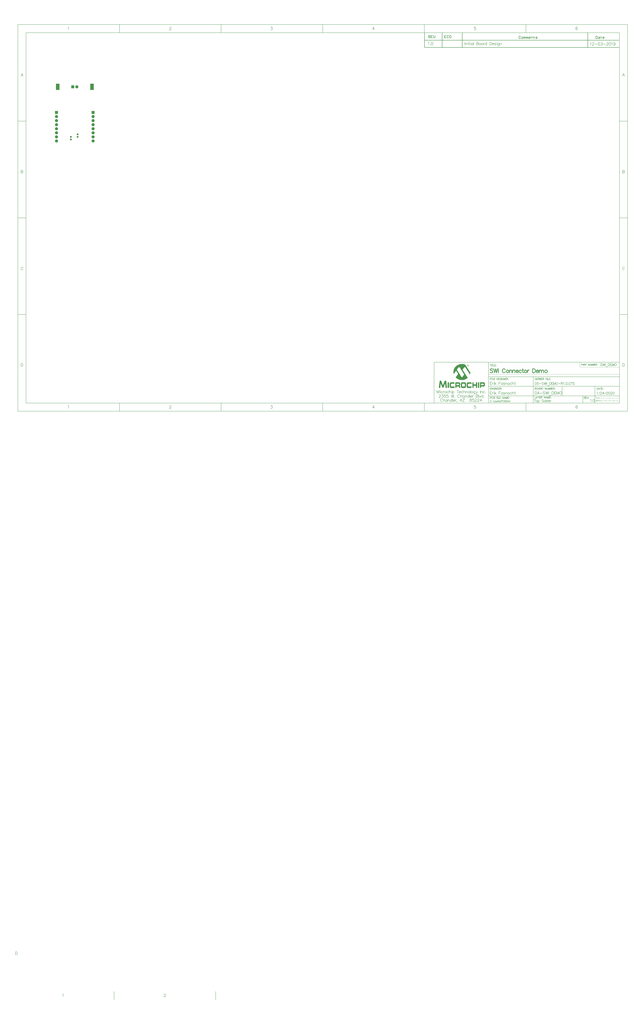
<source format=gts>
G04 Layer_Color=8388736*
%FSLAX43Y43*%
%MOMM*%
G71*
G01*
G75*
%ADD13C,0.178*%
%ADD14C,0.150*%
%ADD15C,0.100*%
%ADD16C,0.254*%
%ADD17C,0.127*%
%ADD18C,0.381*%
%ADD19C,0.178*%
%ADD20C,0.200*%
%ADD24R,2.230X4.000*%
G04:AMPARAMS|DCode=25|XSize=1.1mm|YSize=1mm|CornerRadius=0.3mm|HoleSize=0mm|Usage=FLASHONLY|Rotation=180.000|XOffset=0mm|YOffset=0mm|HoleType=Round|Shape=RoundedRectangle|*
%AMROUNDEDRECTD25*
21,1,1.100,0.400,0,0,180.0*
21,1,0.500,1.000,0,0,180.0*
1,1,0.600,-0.250,0.200*
1,1,0.600,0.250,0.200*
1,1,0.600,0.250,-0.200*
1,1,0.600,-0.250,-0.200*
%
%ADD25ROUNDEDRECTD25*%
%ADD26C,1.900*%
%ADD27R,1.900X1.900*%
%ADD28R,1.900X1.900*%
G36*
X264889Y-150000D02*
X264164Y-150000D01*
X264164Y-148694D01*
X262611Y-148694D01*
X262611Y-150000D01*
X261929Y-150000D01*
X261929Y-146546D01*
X262611Y-146546D01*
X262611Y-147765D01*
X264164Y-147765D01*
X264164Y-146546D01*
X264889Y-146546D01*
X264889Y-150000D01*
X264889Y-150000D02*
G37*
G36*
X260971Y-146517D02*
X261043Y-146531D01*
X261101Y-146546D01*
X261116Y-146546D01*
X261145Y-146560D01*
X261232Y-146604D01*
X261290Y-146647D01*
X261333Y-146705D01*
X261377Y-146792D01*
X261406Y-146880D01*
X261406Y-146894D01*
X261421Y-146909D01*
X261421Y-146952D01*
X261435Y-147025D01*
X261435Y-147097D01*
X261450Y-147184D01*
X261450Y-147300D01*
X261450Y-147431D01*
X259563Y-147388D01*
X259548Y-147388D01*
X259490Y-147402D01*
X259432Y-147417D01*
X259345Y-147475D01*
X259273Y-147547D01*
X259200Y-147678D01*
X259171Y-147750D01*
X259142Y-147852D01*
X259127Y-147954D01*
X259127Y-148084D01*
X259127Y-148462D01*
X259127Y-148476D01*
X259127Y-148491D01*
X259127Y-148563D01*
X259156Y-148679D01*
X259185Y-148810D01*
X259229Y-148941D01*
X259302Y-149042D01*
X259403Y-149129D01*
X259476Y-149144D01*
X259548Y-149158D01*
X261479Y-149158D01*
X261479Y-149187D01*
X261479Y-149245D01*
X261479Y-149332D01*
X261464Y-149448D01*
X261450Y-149565D01*
X261435Y-149681D01*
X261406Y-149768D01*
X261363Y-149840D01*
X261363Y-149855D01*
X261333Y-149869D01*
X261290Y-149898D01*
X261232Y-149927D01*
X261145Y-149971D01*
X261043Y-150000D01*
X260898Y-150014D01*
X260724Y-150029D01*
X259316Y-150029D01*
X259200Y-150014D01*
X259069Y-149985D01*
X258924Y-149942D01*
X258779Y-149869D01*
X258648Y-149782D01*
X258547Y-149666D01*
X258547Y-149652D01*
X258518Y-149608D01*
X258489Y-149550D01*
X258460Y-149448D01*
X258431Y-149332D01*
X258402Y-149173D01*
X258387Y-148999D01*
X258373Y-148795D01*
X258373Y-147765D01*
X258373Y-147750D01*
X258373Y-147721D01*
X258373Y-147678D01*
X258373Y-147620D01*
X258402Y-147475D01*
X258431Y-147300D01*
X258474Y-147112D01*
X258547Y-146923D01*
X258648Y-146763D01*
X258721Y-146705D01*
X258794Y-146647D01*
X258808Y-146647D01*
X258837Y-146618D01*
X258881Y-146604D01*
X258953Y-146575D01*
X259040Y-146546D01*
X259156Y-146531D01*
X259273Y-146502D01*
X260797Y-146502D01*
X260971Y-146517D01*
X260971Y-146517D02*
G37*
G36*
X266210Y-150000D02*
X265397Y-150000D01*
X265397Y-146546D01*
X266210Y-146546D01*
X266210Y-150000D01*
X266210Y-150000D02*
G37*
G36*
X245209Y-145414D02*
X245282Y-145428D01*
X245354Y-145472D01*
X245427Y-145530D01*
X245514Y-145631D01*
X245572Y-145762D01*
X245601Y-145936D01*
X246065Y-150000D01*
X245194Y-150000D01*
X244948Y-147083D01*
X244933Y-147083D01*
X244048Y-149419D01*
X244048Y-149434D01*
X244019Y-149477D01*
X243975Y-149550D01*
X243932Y-149608D01*
X243859Y-149681D01*
X243772Y-149753D01*
X243656Y-149797D01*
X243540Y-149811D01*
X243482Y-149811D01*
X243409Y-149797D01*
X243322Y-149768D01*
X243235Y-149710D01*
X243148Y-149652D01*
X243061Y-149550D01*
X243003Y-149419D01*
X242118Y-147126D01*
X242103Y-147126D01*
X241842Y-150000D01*
X241000Y-150000D01*
X241435Y-145893D01*
X241435Y-145878D01*
X241450Y-145820D01*
X241479Y-145733D01*
X241523Y-145646D01*
X241581Y-145559D01*
X241668Y-145472D01*
X241769Y-145414D01*
X241900Y-145399D01*
X241972Y-145399D01*
X242059Y-145428D01*
X242147Y-145457D01*
X242248Y-145515D01*
X242364Y-145588D01*
X242451Y-145704D01*
X242538Y-145864D01*
X243525Y-148374D01*
X243540Y-148374D01*
X244527Y-145864D01*
X244541Y-145849D01*
X244556Y-145791D01*
X244599Y-145718D01*
X244672Y-145631D01*
X244759Y-145544D01*
X244861Y-145472D01*
X244991Y-145414D01*
X245151Y-145399D01*
X245165Y-145399D01*
X245209Y-145414D01*
X245209Y-145414D02*
G37*
G36*
X269026Y-146560D02*
X269142Y-146575D01*
X269272Y-146618D01*
X269403Y-146691D01*
X269534Y-146792D01*
X269650Y-146938D01*
X269722Y-147126D01*
X269722Y-147141D01*
X269737Y-147170D01*
X269737Y-147213D01*
X269751Y-147286D01*
X269766Y-147373D01*
X269766Y-147475D01*
X269780Y-147605D01*
X269780Y-147736D01*
X269780Y-147997D01*
X269780Y-148026D01*
X269780Y-148099D01*
X269766Y-148215D01*
X269751Y-148345D01*
X269693Y-148636D01*
X269650Y-148781D01*
X269577Y-148897D01*
X269577Y-148911D01*
X269548Y-148926D01*
X269505Y-148970D01*
X269461Y-149013D01*
X269316Y-149086D01*
X269214Y-149115D01*
X269113Y-149129D01*
X267386Y-149129D01*
X267386Y-150000D01*
X266674Y-150000D01*
X266674Y-146546D01*
X268953Y-146546D01*
X269026Y-146560D01*
X269026Y-146560D02*
G37*
G36*
X253714Y-146560D02*
X253830Y-146604D01*
X253961Y-146676D01*
X254019Y-146734D01*
X254077Y-146792D01*
X254135Y-146880D01*
X254193Y-146981D01*
X254236Y-147097D01*
X254265Y-147242D01*
X254294Y-147388D01*
X254294Y-147576D01*
X254294Y-147779D01*
X254294Y-147794D01*
X254294Y-147808D01*
X254294Y-147896D01*
X254280Y-148012D01*
X254251Y-148157D01*
X254193Y-148316D01*
X254135Y-148447D01*
X254033Y-148578D01*
X253903Y-148650D01*
X253903Y-148665D01*
X253917Y-148665D01*
X253961Y-148694D01*
X254033Y-148737D01*
X254106Y-148795D01*
X254164Y-148897D01*
X254236Y-149028D01*
X254280Y-149202D01*
X254294Y-149419D01*
X254294Y-150000D01*
X253569Y-150000D01*
X253569Y-149594D01*
X253569Y-149579D01*
X253569Y-149550D01*
X253569Y-149492D01*
X253569Y-149434D01*
X253554Y-149318D01*
X253554Y-149260D01*
X253540Y-149231D01*
X253525Y-149216D01*
X253482Y-149158D01*
X253409Y-149115D01*
X253278Y-149100D01*
X252001Y-149100D01*
X252001Y-150000D01*
X251261Y-150000D01*
X251261Y-146546D01*
X253641Y-146546D01*
X253714Y-146560D01*
X253714Y-146560D02*
G37*
G36*
X257154Y-146517D02*
X257270Y-146546D01*
X257415Y-146575D01*
X257545Y-146633D01*
X257662Y-146720D01*
X257763Y-146822D01*
X257778Y-146836D01*
X257792Y-146880D01*
X257836Y-146952D01*
X257879Y-147054D01*
X257908Y-147184D01*
X257952Y-147344D01*
X257966Y-147533D01*
X257981Y-147750D01*
X257981Y-148781D01*
X257981Y-148795D01*
X257981Y-148824D01*
X257981Y-148868D01*
X257966Y-148941D01*
X257952Y-149100D01*
X257923Y-149289D01*
X257850Y-149492D01*
X257763Y-149681D01*
X257647Y-149840D01*
X257560Y-149913D01*
X257473Y-149956D01*
X257458Y-149956D01*
X257444Y-149971D01*
X257386Y-149985D01*
X257328Y-149985D01*
X257255Y-150000D01*
X257168Y-150014D01*
X256950Y-150029D01*
X255673Y-150029D01*
X255572Y-150014D01*
X255441Y-149985D01*
X255296Y-149942D01*
X255151Y-149884D01*
X255020Y-149811D01*
X254919Y-149695D01*
X254904Y-149681D01*
X254889Y-149637D01*
X254860Y-149565D01*
X254831Y-149477D01*
X254788Y-149347D01*
X254759Y-149187D01*
X254744Y-148999D01*
X254730Y-148781D01*
X254730Y-147750D01*
X254730Y-147736D01*
X254730Y-147707D01*
X254730Y-147649D01*
X254744Y-147591D01*
X254759Y-147417D01*
X254802Y-147213D01*
X254875Y-147010D01*
X254977Y-146807D01*
X255049Y-146734D01*
X255122Y-146662D01*
X255223Y-146604D01*
X255325Y-146560D01*
X255339Y-146560D01*
X255354Y-146546D01*
X255397Y-146546D01*
X255456Y-146531D01*
X255601Y-146517D01*
X255775Y-146502D01*
X257052Y-146502D01*
X257154Y-146517D01*
X257154Y-146517D02*
G37*
G36*
X250085Y-146517D02*
X250245Y-146517D01*
X250405Y-146531D01*
X250535Y-146560D01*
X250579Y-146575D01*
X250608Y-146589D01*
X250622Y-146589D01*
X250637Y-146618D01*
X250666Y-146662D01*
X250710Y-146734D01*
X250739Y-146836D01*
X250768Y-146981D01*
X250782Y-147155D01*
X250797Y-147388D01*
X248895Y-147388D01*
X248823Y-147402D01*
X248721Y-147446D01*
X248620Y-147533D01*
X248605Y-147562D01*
X248591Y-147591D01*
X248562Y-147649D01*
X248547Y-147721D01*
X248518Y-147823D01*
X248504Y-147939D01*
X248504Y-148084D01*
X248504Y-148462D01*
X248504Y-148476D01*
X248504Y-148520D01*
X248504Y-148592D01*
X248518Y-148679D01*
X248533Y-148853D01*
X248547Y-148926D01*
X248562Y-148984D01*
X248576Y-149013D01*
X248634Y-149071D01*
X248750Y-149129D01*
X248823Y-149144D01*
X248910Y-149158D01*
X250840Y-149158D01*
X250840Y-149173D01*
X250840Y-149245D01*
X250840Y-149332D01*
X250826Y-149434D01*
X250797Y-149652D01*
X250768Y-149739D01*
X250739Y-149811D01*
X250739Y-149826D01*
X250710Y-149840D01*
X250666Y-149884D01*
X250608Y-149913D01*
X250521Y-149956D01*
X250419Y-150000D01*
X250274Y-150014D01*
X250100Y-150029D01*
X248707Y-150029D01*
X248591Y-150014D01*
X248475Y-150000D01*
X248344Y-149956D01*
X248199Y-149913D01*
X248068Y-149840D01*
X247967Y-149753D01*
X247952Y-149739D01*
X247937Y-149695D01*
X247894Y-149623D01*
X247850Y-149521D01*
X247807Y-149390D01*
X247778Y-149216D01*
X247749Y-149013D01*
X247734Y-148781D01*
X247734Y-147750D01*
X247734Y-147736D01*
X247734Y-147707D01*
X247734Y-147649D01*
X247749Y-147576D01*
X247778Y-147388D01*
X247821Y-147184D01*
X247908Y-146967D01*
X248039Y-146763D01*
X248112Y-146691D01*
X248213Y-146618D01*
X248315Y-146560D01*
X248445Y-146531D01*
X248475Y-146531D01*
X248547Y-146517D01*
X248649Y-146502D01*
X249911Y-146502D01*
X250085Y-146517D01*
X250085Y-146517D02*
G37*
G36*
X247299Y-150000D02*
X246501Y-150000D01*
X246501Y-146546D01*
X247299Y-146546D01*
X247299Y-150000D01*
X247299Y-150000D02*
G37*
G36*
X255731Y-135066D02*
X255847Y-135066D01*
X255978Y-135080D01*
X256123Y-135109D01*
X256442Y-135153D01*
X256791Y-135225D01*
X257154Y-135327D01*
X257502Y-135472D01*
X260666Y-140508D01*
X260666Y-140523D01*
X260666Y-140552D01*
X260651Y-140595D01*
X260651Y-140668D01*
X260622Y-140842D01*
X260579Y-141060D01*
X260579Y-141074D01*
X260564Y-141103D01*
X260550Y-141176D01*
X260535Y-141248D01*
X260506Y-141335D01*
X260477Y-141452D01*
X260405Y-141684D01*
X257662Y-137373D01*
X257647Y-137359D01*
X257633Y-137315D01*
X257589Y-137272D01*
X257531Y-137199D01*
X257458Y-137141D01*
X257371Y-137097D01*
X257270Y-137054D01*
X257168Y-137039D01*
X257125Y-137039D01*
X257081Y-137054D01*
X257023Y-137083D01*
X256950Y-137112D01*
X256863Y-137170D01*
X256791Y-137257D01*
X256704Y-137359D01*
X255789Y-138621D01*
X259026Y-143716D01*
X259011Y-143730D01*
X258953Y-143774D01*
X258866Y-143846D01*
X258750Y-143933D01*
X258605Y-144035D01*
X258416Y-144151D01*
X258213Y-144282D01*
X257981Y-144398D01*
X257720Y-144528D01*
X257429Y-144659D01*
X257125Y-144775D01*
X256791Y-144877D01*
X256442Y-144964D01*
X256080Y-145036D01*
X255688Y-145080D01*
X255281Y-145094D01*
X255180Y-145094D01*
X255064Y-145080D01*
X254919Y-145065D01*
X254715Y-145036D01*
X254498Y-145007D01*
X254251Y-144949D01*
X253975Y-144891D01*
X253685Y-144804D01*
X253380Y-144688D01*
X253061Y-144557D01*
X252741Y-144398D01*
X252422Y-144209D01*
X252088Y-143991D01*
X251769Y-143730D01*
X251464Y-143440D01*
X252829Y-141553D01*
X252843Y-141539D01*
X252858Y-141481D01*
X252887Y-141393D01*
X252901Y-141321D01*
X252916Y-141248D01*
X252916Y-141219D01*
X252901Y-141147D01*
X252858Y-141016D01*
X252771Y-140856D01*
X251755Y-139274D01*
X250245Y-141364D01*
X250245Y-141350D01*
X250245Y-141335D01*
X250216Y-141248D01*
X250187Y-141132D01*
X250158Y-140958D01*
X250129Y-140755D01*
X250100Y-140523D01*
X250085Y-140261D01*
X250071Y-139986D01*
X250071Y-139957D01*
X250071Y-139899D01*
X250085Y-139797D01*
X250100Y-139652D01*
X250115Y-139492D01*
X250144Y-139289D01*
X250187Y-139071D01*
X250260Y-138825D01*
X250332Y-138563D01*
X250419Y-138302D01*
X250550Y-138012D01*
X250681Y-137736D01*
X250855Y-137446D01*
X251043Y-137155D01*
X251261Y-136880D01*
X251522Y-136604D01*
X251537Y-136589D01*
X251595Y-136531D01*
X251682Y-136459D01*
X251798Y-136357D01*
X251958Y-136241D01*
X252132Y-136111D01*
X252350Y-135965D01*
X252596Y-135820D01*
X252858Y-135675D01*
X253162Y-135544D01*
X253482Y-135414D01*
X253830Y-135298D01*
X254193Y-135196D01*
X254585Y-135124D01*
X254991Y-135066D01*
X255426Y-135051D01*
X255630Y-135051D01*
X255731Y-135066D01*
X255731Y-135066D02*
G37*
G36*
X259331Y-135559D02*
X259418Y-135574D01*
X259519Y-135617D01*
X259621Y-135690D01*
X259708Y-135791D01*
X259766Y-135922D01*
X259795Y-136096D01*
X259795Y-136125D01*
X259781Y-136183D01*
X259766Y-136270D01*
X259723Y-136386D01*
X259664Y-136488D01*
X259563Y-136575D01*
X259432Y-136648D01*
X259244Y-136677D01*
X259200Y-136677D01*
X259156Y-136662D01*
X259113Y-136648D01*
X258968Y-136604D01*
X258910Y-136560D01*
X258837Y-136502D01*
X258837Y-136488D01*
X258808Y-136473D01*
X258750Y-136386D01*
X258692Y-136256D01*
X258678Y-136183D01*
X258663Y-136096D01*
X258663Y-136081D01*
X258663Y-136052D01*
X258678Y-136009D01*
X258692Y-135965D01*
X258750Y-135835D01*
X258837Y-135704D01*
X258852Y-135690D01*
X258866Y-135675D01*
X258953Y-135617D01*
X259084Y-135574D01*
X259156Y-135544D01*
X259273Y-135544D01*
X259331Y-135559D01*
X259331Y-135559D02*
G37*
%LPC*%
G36*
X268750Y-147373D02*
X267386Y-147373D01*
X267386Y-148258D01*
X268837Y-148258D01*
X268866Y-148244D01*
X268910Y-148215D01*
X268953Y-148171D01*
X268997Y-148099D01*
X269011Y-148012D01*
X269026Y-147896D01*
X269026Y-147765D01*
X269026Y-147750D01*
X269026Y-147707D01*
X269011Y-147634D01*
X268997Y-147562D01*
X268953Y-147504D01*
X268910Y-147431D01*
X268837Y-147388D01*
X268750Y-147373D01*
X268750Y-147373D02*
G37*
G36*
X253249Y-147373D02*
X252001Y-147373D01*
X252001Y-148244D01*
X253366Y-148244D01*
X253409Y-148229D01*
X253467Y-148200D01*
X253525Y-148157D01*
X253569Y-148084D01*
X253598Y-147997D01*
X253612Y-147866D01*
X253612Y-147765D01*
X253612Y-147750D01*
X253612Y-147707D01*
X253598Y-147634D01*
X253569Y-147562D01*
X253525Y-147504D01*
X253453Y-147431D01*
X253366Y-147388D01*
X253249Y-147373D01*
X253249Y-147373D02*
G37*
G36*
X256849Y-147373D02*
X255891Y-147373D01*
X255804Y-147388D01*
X255688Y-147446D01*
X255630Y-147475D01*
X255586Y-147533D01*
X255572Y-147562D01*
X255557Y-147605D01*
X255543Y-147663D01*
X255514Y-147736D01*
X255499Y-147837D01*
X255485Y-147954D01*
X255485Y-148084D01*
X255485Y-148462D01*
X255485Y-148476D01*
X255485Y-148520D01*
X255485Y-148592D01*
X255499Y-148679D01*
X255514Y-148853D01*
X255528Y-148941D01*
X255557Y-149013D01*
X255572Y-149042D01*
X255630Y-149086D01*
X255731Y-149129D01*
X255876Y-149158D01*
X256820Y-149158D01*
X256878Y-149144D01*
X256950Y-149115D01*
X257038Y-149071D01*
X257110Y-148984D01*
X257183Y-148868D01*
X257241Y-148694D01*
X257255Y-148578D01*
X257255Y-148462D01*
X257255Y-148084D01*
X257255Y-148070D01*
X257255Y-148026D01*
X257255Y-147954D01*
X257241Y-147866D01*
X257197Y-147692D01*
X257154Y-147605D01*
X257110Y-147533D01*
X257110Y-147518D01*
X257081Y-147504D01*
X257023Y-147446D01*
X256921Y-147402D01*
X256849Y-147373D01*
X256849Y-147373D02*
G37*
G36*
X253598Y-137025D02*
X253554Y-137025D01*
X253511Y-137039D01*
X253438Y-137068D01*
X253366Y-137097D01*
X253293Y-137155D01*
X253206Y-137243D01*
X253119Y-137344D01*
X252219Y-138607D01*
X254919Y-142874D01*
X254933Y-142888D01*
X254962Y-142932D01*
X255006Y-143004D01*
X255064Y-143063D01*
X255136Y-143135D01*
X255209Y-143208D01*
X255296Y-143251D01*
X255368Y-143266D01*
X255412Y-143266D01*
X255470Y-143251D01*
X255528Y-143222D01*
X255601Y-143193D01*
X255688Y-143150D01*
X255760Y-143077D01*
X255833Y-142975D01*
X256776Y-141626D01*
X254077Y-137359D01*
X254062Y-137344D01*
X254033Y-137301D01*
X253990Y-137257D01*
X253932Y-137185D01*
X253859Y-137126D01*
X253786Y-137083D01*
X253699Y-137039D01*
X253598Y-137025D01*
X253598Y-137025D02*
G37*
G36*
X259244Y-135646D02*
X259171Y-135646D01*
X259084Y-135675D01*
X258997Y-135704D01*
X258910Y-135762D01*
X258823Y-135835D01*
X258765Y-135951D01*
X258750Y-136096D01*
X258750Y-136111D01*
X258750Y-136125D01*
X258765Y-136212D01*
X258808Y-136328D01*
X258895Y-136444D01*
X258924Y-136473D01*
X258997Y-136517D01*
X259098Y-136560D01*
X259244Y-136589D01*
X259258Y-136589D01*
X259316Y-136575D01*
X259389Y-136560D01*
X259476Y-136531D01*
X259563Y-136473D01*
X259635Y-136386D01*
X259693Y-136256D01*
X259708Y-136096D01*
X259708Y-136081D01*
X259708Y-136023D01*
X259679Y-135951D01*
X259650Y-135864D01*
X259592Y-135791D01*
X259519Y-135719D01*
X259403Y-135661D01*
X259244Y-135646D01*
X259244Y-135646D02*
G37*
%LPD*%
G36*
X259374Y-135806D02*
X259447Y-135849D01*
X259476Y-135907D01*
X259490Y-135965D01*
X259490Y-135980D01*
X259490Y-135994D01*
X259476Y-136067D01*
X259418Y-136125D01*
X259374Y-136154D01*
X259316Y-136169D01*
X259505Y-136444D01*
X259389Y-136444D01*
X259215Y-136169D01*
X259113Y-136169D01*
X259113Y-136444D01*
X259011Y-136444D01*
X259011Y-135777D01*
X259287Y-135777D01*
X259374Y-135806D01*
X259374Y-135806D02*
G37*
%LPC*%
G36*
X259273Y-135864D02*
X259113Y-135864D01*
X259113Y-136081D01*
X259287Y-136081D01*
X259331Y-136067D01*
X259360Y-136038D01*
X259374Y-135965D01*
X259374Y-135951D01*
X259360Y-135907D01*
X259331Y-135878D01*
X259273Y-135864D01*
X259273Y-135864D02*
G37*
%LPD*%
D13*
X335678Y-157358D02*
X335821Y-157287D01*
X336035Y-157073D01*
X336035Y-158572D01*
X336849Y-158429D02*
X336778Y-158501D01*
X336849Y-158572D01*
X336920Y-158501D01*
X336849Y-158429D01*
X337677Y-157073D02*
X337463Y-157144D01*
X337320Y-157358D01*
X337249Y-157715D01*
X337249Y-157930D01*
X337320Y-158287D01*
X337463Y-158501D01*
X337677Y-158572D01*
X337820Y-158572D01*
X338034Y-158501D01*
X338177Y-158287D01*
X338249Y-157930D01*
X338249Y-157715D01*
X338177Y-157358D01*
X338034Y-157144D01*
X337820Y-157073D01*
X337677Y-157073D01*
X9176Y74937D02*
X9345Y75022D01*
X9599Y75276D01*
X9599Y73498D01*
X72650Y74852D02*
X72650Y74937D01*
X72735Y75106D01*
X72820Y75191D01*
X72989Y75276D01*
X73328Y75276D01*
X73497Y75191D01*
X73582Y75106D01*
X73666Y74937D01*
X73666Y74768D01*
X73582Y74598D01*
X73412Y74344D01*
X72566Y73498D01*
X73751Y73498D01*
X135964Y75276D02*
X136896Y75276D01*
X136388Y74598D01*
X136642Y74598D01*
X136811Y74514D01*
X136896Y74429D01*
X136980Y74175D01*
X136980Y74006D01*
X136896Y73752D01*
X136726Y73583D01*
X136472Y73498D01*
X136218Y73498D01*
X135964Y73583D01*
X135880Y73667D01*
X135795Y73837D01*
X200311Y75276D02*
X199464Y74091D01*
X200734Y74091D01*
X200311Y75276D02*
X200311Y73498D01*
X263955Y75276D02*
X263108Y75276D01*
X263023Y74514D01*
X263108Y74598D01*
X263362Y74683D01*
X263616Y74683D01*
X263870Y74598D01*
X264039Y74429D01*
X264124Y74175D01*
X264124Y74006D01*
X264039Y73752D01*
X263870Y73583D01*
X263616Y73498D01*
X263362Y73498D01*
X263108Y73583D01*
X263023Y73667D01*
X262939Y73837D01*
X327582Y75022D02*
X327497Y75191D01*
X327243Y75276D01*
X327074Y75276D01*
X326820Y75191D01*
X326650Y74937D01*
X326566Y74514D01*
X326566Y74091D01*
X326650Y73752D01*
X326820Y73583D01*
X327074Y73498D01*
X327158Y73498D01*
X327412Y73583D01*
X327582Y73752D01*
X327666Y74006D01*
X327666Y74091D01*
X327582Y74344D01*
X327412Y74514D01*
X327158Y74598D01*
X327074Y74598D01*
X326820Y74514D01*
X326650Y74344D01*
X326566Y74091D01*
X357079Y44466D02*
X356402Y46243D01*
X355725Y44466D01*
X355979Y45058D02*
X356825Y45058D01*
X355725Y-14209D02*
X355725Y-15986D01*
X355725Y-14209D02*
X356487Y-14209D01*
X356741Y-14293D01*
X356825Y-14378D01*
X356910Y-14547D01*
X356910Y-14716D01*
X356825Y-14886D01*
X356741Y-14970D01*
X356487Y-15055D01*
X355725Y-15055D02*
X356487Y-15055D01*
X356741Y-15140D01*
X356825Y-15224D01*
X356910Y-15394D01*
X356910Y-15648D01*
X356825Y-15817D01*
X356741Y-15902D01*
X356487Y-15986D01*
X355725Y-15986D01*
X356995Y-74957D02*
X356910Y-74788D01*
X356741Y-74618D01*
X356572Y-74534D01*
X356233Y-74534D01*
X356064Y-74618D01*
X355894Y-74788D01*
X355810Y-74957D01*
X355725Y-75211D01*
X355725Y-75634D01*
X355810Y-75888D01*
X355894Y-76057D01*
X356064Y-76227D01*
X356233Y-76311D01*
X356572Y-76311D01*
X356741Y-76227D01*
X356910Y-76057D01*
X356995Y-75888D01*
X355725Y-134732D02*
X355725Y-136509D01*
X355725Y-134732D02*
X356318Y-134732D01*
X356572Y-134816D01*
X356741Y-134986D01*
X356825Y-135155D01*
X356910Y-135409D01*
X356910Y-135832D01*
X356825Y-136086D01*
X356741Y-136255D01*
X356572Y-136425D01*
X356318Y-136509D01*
X355725Y-136509D01*
X-18841Y44466D02*
X-19518Y46243D01*
X-20195Y44466D01*
X-19941Y45058D02*
X-19095Y45058D01*
X-20195Y-14209D02*
X-20195Y-15986D01*
X-20195Y-14209D02*
X-19433Y-14209D01*
X-19179Y-14293D01*
X-19095Y-14378D01*
X-19010Y-14547D01*
X-19010Y-14716D01*
X-19095Y-14886D01*
X-19179Y-14970D01*
X-19433Y-15055D01*
X-20195Y-15055D02*
X-19433Y-15055D01*
X-19179Y-15140D01*
X-19095Y-15224D01*
X-19010Y-15394D01*
X-19010Y-15648D01*
X-19095Y-15817D01*
X-19179Y-15902D01*
X-19433Y-15986D01*
X-20195Y-15986D01*
X-18925Y-74957D02*
X-19010Y-74788D01*
X-19179Y-74618D01*
X-19348Y-74534D01*
X-19687Y-74534D01*
X-19856Y-74618D01*
X-20026Y-74788D01*
X-20110Y-74957D01*
X-20195Y-75211D01*
X-20195Y-75634D01*
X-20110Y-75888D01*
X-20026Y-76057D01*
X-19856Y-76227D01*
X-19687Y-76311D01*
X-19348Y-76311D01*
X-19179Y-76227D01*
X-19010Y-76057D01*
X-18925Y-75888D01*
X-20195Y-134732D02*
X-20195Y-136509D01*
X-20195Y-134732D02*
X-19602Y-134732D01*
X-19348Y-134816D01*
X-19179Y-134986D01*
X-19095Y-135155D01*
X-19010Y-135409D01*
X-19010Y-135832D01*
X-19095Y-136086D01*
X-19179Y-136255D01*
X-19348Y-136425D01*
X-19602Y-136509D01*
X-20195Y-136509D01*
X9176Y-161283D02*
X9345Y-161198D01*
X9599Y-160944D01*
X9599Y-162722D01*
X72650Y-161368D02*
X72650Y-161283D01*
X72735Y-161114D01*
X72820Y-161029D01*
X72989Y-160944D01*
X73328Y-160944D01*
X73497Y-161029D01*
X73582Y-161114D01*
X73666Y-161283D01*
X73666Y-161452D01*
X73582Y-161622D01*
X73412Y-161876D01*
X72566Y-162722D01*
X73751Y-162722D01*
X135964Y-160944D02*
X136896Y-160944D01*
X136388Y-161622D01*
X136642Y-161622D01*
X136811Y-161706D01*
X136896Y-161791D01*
X136980Y-162045D01*
X136980Y-162214D01*
X136896Y-162468D01*
X136726Y-162637D01*
X136472Y-162722D01*
X136218Y-162722D01*
X135964Y-162637D01*
X135880Y-162553D01*
X135795Y-162383D01*
X200311Y-160944D02*
X199464Y-162129D01*
X200734Y-162129D01*
X200311Y-160944D02*
X200311Y-162722D01*
X263955Y-160944D02*
X263108Y-160944D01*
X263023Y-161706D01*
X263108Y-161622D01*
X263362Y-161537D01*
X263616Y-161537D01*
X263870Y-161622D01*
X264039Y-161791D01*
X264124Y-162045D01*
X264124Y-162214D01*
X264039Y-162468D01*
X263870Y-162637D01*
X263616Y-162722D01*
X263362Y-162722D01*
X263108Y-162637D01*
X263023Y-162553D01*
X262939Y-162383D01*
X327582Y-161198D02*
X327497Y-161029D01*
X327243Y-160944D01*
X327074Y-160944D01*
X326820Y-161029D01*
X326650Y-161283D01*
X326566Y-161706D01*
X326566Y-162129D01*
X326650Y-162468D01*
X326820Y-162637D01*
X327074Y-162722D01*
X327158Y-162722D01*
X327412Y-162637D01*
X327582Y-162468D01*
X327666Y-162214D01*
X327666Y-162129D01*
X327582Y-161876D01*
X327412Y-161706D01*
X327158Y-161622D01*
X327074Y-161622D01*
X326820Y-161706D01*
X326650Y-161876D01*
X326566Y-162129D01*
X243270Y-157146D02*
X243185Y-156976D01*
X243016Y-156807D01*
X242846Y-156722D01*
X242508Y-156722D01*
X242339Y-156807D01*
X242169Y-156976D01*
X242085Y-157146D01*
X242000Y-157400D01*
X242000Y-157823D01*
X242085Y-158077D01*
X242169Y-158246D01*
X242339Y-158415D01*
X242508Y-158500D01*
X242846Y-158500D01*
X243016Y-158415D01*
X243185Y-158246D01*
X243270Y-158077D01*
X243769Y-156722D02*
X243769Y-158500D01*
X243769Y-157654D02*
X244023Y-157400D01*
X244192Y-157315D01*
X244446Y-157315D01*
X244616Y-157400D01*
X244700Y-157654D01*
X244700Y-158500D01*
X246182Y-157315D02*
X246182Y-158500D01*
X246182Y-157569D02*
X246012Y-157400D01*
X245843Y-157315D01*
X245589Y-157315D01*
X245420Y-157400D01*
X245251Y-157569D01*
X245166Y-157823D01*
X245166Y-157992D01*
X245251Y-158246D01*
X245420Y-158415D01*
X245589Y-158500D01*
X245843Y-158500D01*
X246012Y-158415D01*
X246182Y-158246D01*
X246656Y-157315D02*
X246656Y-158500D01*
X246656Y-157654D02*
X246910Y-157400D01*
X247079Y-157315D01*
X247333Y-157315D01*
X247502Y-157400D01*
X247587Y-157654D01*
X247587Y-158500D01*
X249068Y-156722D02*
X249068Y-158500D01*
X249068Y-157569D02*
X248899Y-157400D01*
X248730Y-157315D01*
X248476Y-157315D01*
X248306Y-157400D01*
X248137Y-157569D01*
X248052Y-157823D01*
X248052Y-157992D01*
X248137Y-158246D01*
X248306Y-158415D01*
X248476Y-158500D01*
X248730Y-158500D01*
X248899Y-158415D01*
X249068Y-158246D01*
X249542Y-156722D02*
X249542Y-158500D01*
X249915Y-157823D02*
X250930Y-157823D01*
X250930Y-157654D01*
X250846Y-157484D01*
X250761Y-157400D01*
X250592Y-157315D01*
X250338Y-157315D01*
X250169Y-157400D01*
X249999Y-157569D01*
X249915Y-157823D01*
X249915Y-157992D01*
X249999Y-158246D01*
X250169Y-158415D01*
X250338Y-158500D01*
X250592Y-158500D01*
X250761Y-158415D01*
X250930Y-158246D01*
X251311Y-157315D02*
X251311Y-158500D01*
X251311Y-157823D02*
X251396Y-157569D01*
X251565Y-157400D01*
X251735Y-157315D01*
X251989Y-157315D01*
X252319Y-158415D02*
X252234Y-158500D01*
X252149Y-158415D01*
X252234Y-158331D01*
X252319Y-158415D01*
X252319Y-158585D01*
X252234Y-158754D01*
X252149Y-158839D01*
X255459Y-158500D02*
X254782Y-156722D01*
X254105Y-158500D01*
X254359Y-157907D02*
X255205Y-157907D01*
X257059Y-156722D02*
X255874Y-158500D01*
X255874Y-156722D02*
X257059Y-156722D01*
X255874Y-158500D02*
X257059Y-158500D01*
X260673Y-156722D02*
X260420Y-156807D01*
X260335Y-156976D01*
X260335Y-157146D01*
X260420Y-157315D01*
X260589Y-157400D01*
X260927Y-157484D01*
X261181Y-157569D01*
X261351Y-157738D01*
X261435Y-157907D01*
X261435Y-158161D01*
X261351Y-158331D01*
X261266Y-158415D01*
X261012Y-158500D01*
X260673Y-158500D01*
X260420Y-158415D01*
X260335Y-158331D01*
X260250Y-158161D01*
X260250Y-157907D01*
X260335Y-157738D01*
X260504Y-157569D01*
X260758Y-157484D01*
X261097Y-157400D01*
X261266Y-157315D01*
X261351Y-157146D01*
X261351Y-156976D01*
X261266Y-156807D01*
X261012Y-156722D01*
X260673Y-156722D01*
X262849Y-156722D02*
X262002Y-156722D01*
X261918Y-157484D01*
X262002Y-157400D01*
X262256Y-157315D01*
X262510Y-157315D01*
X262764Y-157400D01*
X262934Y-157569D01*
X263018Y-157823D01*
X263018Y-157992D01*
X262934Y-158246D01*
X262764Y-158415D01*
X262510Y-158500D01*
X262256Y-158500D01*
X262002Y-158415D01*
X261918Y-158331D01*
X261833Y-158161D01*
X263501Y-157146D02*
X263501Y-157061D01*
X263585Y-156892D01*
X263670Y-156807D01*
X263839Y-156722D01*
X264178Y-156722D01*
X264347Y-156807D01*
X264432Y-156892D01*
X264517Y-157061D01*
X264517Y-157230D01*
X264432Y-157400D01*
X264263Y-157654D01*
X263416Y-158500D01*
X264601Y-158500D01*
X265084Y-157146D02*
X265084Y-157061D01*
X265168Y-156892D01*
X265253Y-156807D01*
X265422Y-156722D01*
X265761Y-156722D01*
X265930Y-156807D01*
X266015Y-156892D01*
X266099Y-157061D01*
X266099Y-157230D01*
X266015Y-157400D01*
X265845Y-157654D01*
X264999Y-158500D01*
X266184Y-158500D01*
X267428Y-156722D02*
X266582Y-157907D01*
X267852Y-157907D01*
X267428Y-156722D02*
X267428Y-158500D01*
X241085Y-154646D02*
X241085Y-154561D01*
X241169Y-154392D01*
X241254Y-154307D01*
X241423Y-154222D01*
X241762Y-154222D01*
X241931Y-154307D01*
X242016Y-154392D01*
X242100Y-154561D01*
X242100Y-154730D01*
X242016Y-154900D01*
X241846Y-155154D01*
X241000Y-156000D01*
X242185Y-156000D01*
X242752Y-154222D02*
X243683Y-154222D01*
X243175Y-154900D01*
X243429Y-154900D01*
X243599Y-154984D01*
X243683Y-155069D01*
X243768Y-155323D01*
X243768Y-155492D01*
X243683Y-155746D01*
X243514Y-155915D01*
X243260Y-156000D01*
X243006Y-156000D01*
X242752Y-155915D01*
X242668Y-155831D01*
X242583Y-155661D01*
X245182Y-154222D02*
X244335Y-154222D01*
X244251Y-154984D01*
X244335Y-154900D01*
X244589Y-154815D01*
X244843Y-154815D01*
X245097Y-154900D01*
X245266Y-155069D01*
X245351Y-155323D01*
X245351Y-155492D01*
X245266Y-155746D01*
X245097Y-155915D01*
X244843Y-156000D01*
X244589Y-156000D01*
X244335Y-155915D01*
X244251Y-155831D01*
X244166Y-155661D01*
X246765Y-154222D02*
X245918Y-154222D01*
X245833Y-154984D01*
X245918Y-154900D01*
X246172Y-154815D01*
X246426Y-154815D01*
X246680Y-154900D01*
X246849Y-155069D01*
X246934Y-155323D01*
X246934Y-155492D01*
X246849Y-155746D01*
X246680Y-155915D01*
X246426Y-156000D01*
X246172Y-156000D01*
X245918Y-155915D01*
X245833Y-155831D01*
X245749Y-155661D01*
X248728Y-154222D02*
X249152Y-156000D01*
X249575Y-154222D02*
X249152Y-156000D01*
X249575Y-154222D02*
X249998Y-156000D01*
X250421Y-154222D02*
X249998Y-156000D01*
X250862Y-155831D02*
X250777Y-155915D01*
X250862Y-156000D01*
X250946Y-155915D01*
X250862Y-155831D01*
X254002Y-154646D02*
X253917Y-154476D01*
X253748Y-154307D01*
X253579Y-154222D01*
X253240Y-154222D01*
X253071Y-154307D01*
X252902Y-154476D01*
X252817Y-154646D01*
X252732Y-154900D01*
X252732Y-155323D01*
X252817Y-155577D01*
X252902Y-155746D01*
X253071Y-155915D01*
X253240Y-156000D01*
X253579Y-156000D01*
X253748Y-155915D01*
X253917Y-155746D01*
X254002Y-155577D01*
X254501Y-154222D02*
X254501Y-156000D01*
X254501Y-155154D02*
X254755Y-154900D01*
X254925Y-154815D01*
X255179Y-154815D01*
X255348Y-154900D01*
X255433Y-155154D01*
X255433Y-156000D01*
X256914Y-154815D02*
X256914Y-156000D01*
X256914Y-155069D02*
X256745Y-154900D01*
X256575Y-154815D01*
X256321Y-154815D01*
X256152Y-154900D01*
X255983Y-155069D01*
X255898Y-155323D01*
X255898Y-155492D01*
X255983Y-155746D01*
X256152Y-155915D01*
X256321Y-156000D01*
X256575Y-156000D01*
X256745Y-155915D01*
X256914Y-155746D01*
X257388Y-154815D02*
X257388Y-156000D01*
X257388Y-155154D02*
X257642Y-154900D01*
X257811Y-154815D01*
X258065Y-154815D01*
X258234Y-154900D01*
X258319Y-155154D01*
X258319Y-156000D01*
X259800Y-154222D02*
X259800Y-156000D01*
X259800Y-155069D02*
X259631Y-154900D01*
X259462Y-154815D01*
X259208Y-154815D01*
X259039Y-154900D01*
X258869Y-155069D01*
X258785Y-155323D01*
X258785Y-155492D01*
X258869Y-155746D01*
X259039Y-155915D01*
X259208Y-156000D01*
X259462Y-156000D01*
X259631Y-155915D01*
X259800Y-155746D01*
X260274Y-154222D02*
X260274Y-156000D01*
X260647Y-155323D02*
X261663Y-155323D01*
X261663Y-155154D01*
X261578Y-154984D01*
X261493Y-154900D01*
X261324Y-154815D01*
X261070Y-154815D01*
X260901Y-154900D01*
X260732Y-155069D01*
X260647Y-155323D01*
X260647Y-155492D01*
X260732Y-155746D01*
X260901Y-155915D01*
X261070Y-156000D01*
X261324Y-156000D01*
X261493Y-155915D01*
X261663Y-155746D01*
X262044Y-154815D02*
X262044Y-156000D01*
X262044Y-155323D02*
X262128Y-155069D01*
X262298Y-154900D01*
X262467Y-154815D01*
X262721Y-154815D01*
X264278Y-154222D02*
X264278Y-156000D01*
X264278Y-154222D02*
X265040Y-154222D01*
X265294Y-154307D01*
X265379Y-154392D01*
X265463Y-154561D01*
X265463Y-154730D01*
X265379Y-154900D01*
X265294Y-154984D01*
X265040Y-155069D01*
X264278Y-155069D02*
X265040Y-155069D01*
X265294Y-155154D01*
X265379Y-155238D01*
X265463Y-155407D01*
X265463Y-155661D01*
X265379Y-155831D01*
X265294Y-155915D01*
X265040Y-156000D01*
X264278Y-156000D01*
X265861Y-154222D02*
X265861Y-156000D01*
X266234Y-154815D02*
X266742Y-156000D01*
X267250Y-154815D02*
X266742Y-156000D01*
X268553Y-154222D02*
X268553Y-156000D01*
X268553Y-155069D02*
X268384Y-154900D01*
X268215Y-154815D01*
X267961Y-154815D01*
X267791Y-154900D01*
X267622Y-155069D01*
X267537Y-155323D01*
X267537Y-155492D01*
X267622Y-155746D01*
X267791Y-155915D01*
X267961Y-156000D01*
X268215Y-156000D01*
X268384Y-155915D01*
X268553Y-155746D01*
X269112Y-155831D02*
X269027Y-155915D01*
X269112Y-156000D01*
X269196Y-155915D01*
X269112Y-155831D01*
X239770Y-151482D02*
X239770Y-153260D01*
X239770Y-151482D02*
X240447Y-153260D01*
X241124Y-151482D02*
X240447Y-153260D01*
X241124Y-151482D02*
X241124Y-153260D01*
X241802Y-151482D02*
X241886Y-151567D01*
X241971Y-151482D01*
X241886Y-151398D01*
X241802Y-151482D01*
X241886Y-152075D02*
X241886Y-153260D01*
X243300Y-152329D02*
X243131Y-152160D01*
X242961Y-152075D01*
X242707Y-152075D01*
X242538Y-152160D01*
X242369Y-152329D01*
X242284Y-152583D01*
X242284Y-152752D01*
X242369Y-153006D01*
X242538Y-153175D01*
X242707Y-153260D01*
X242961Y-153260D01*
X243131Y-153175D01*
X243300Y-153006D01*
X243681Y-152075D02*
X243681Y-153260D01*
X243681Y-152583D02*
X243765Y-152329D01*
X243935Y-152160D01*
X244104Y-152075D01*
X244358Y-152075D01*
X244942Y-152075D02*
X244773Y-152160D01*
X244603Y-152329D01*
X244519Y-152583D01*
X244519Y-152752D01*
X244603Y-153006D01*
X244773Y-153175D01*
X244942Y-153260D01*
X245196Y-153260D01*
X245365Y-153175D01*
X245535Y-153006D01*
X245619Y-152752D01*
X245619Y-152583D01*
X245535Y-152329D01*
X245365Y-152160D01*
X245196Y-152075D01*
X244942Y-152075D01*
X247024Y-152329D02*
X246855Y-152160D01*
X246686Y-152075D01*
X246432Y-152075D01*
X246263Y-152160D01*
X246093Y-152329D01*
X246009Y-152583D01*
X246009Y-152752D01*
X246093Y-153006D01*
X246263Y-153175D01*
X246432Y-153260D01*
X246686Y-153260D01*
X246855Y-153175D01*
X247024Y-153006D01*
X247405Y-151482D02*
X247405Y-153260D01*
X247405Y-152413D02*
X247659Y-152160D01*
X247829Y-152075D01*
X248083Y-152075D01*
X248252Y-152160D01*
X248336Y-152413D01*
X248336Y-153260D01*
X248971Y-151482D02*
X249056Y-151567D01*
X249141Y-151482D01*
X249056Y-151398D01*
X248971Y-151482D01*
X249056Y-152075D02*
X249056Y-153260D01*
X249454Y-152075D02*
X249454Y-153853D01*
X249454Y-152329D02*
X249623Y-152160D01*
X249792Y-152075D01*
X250046Y-152075D01*
X250216Y-152160D01*
X250385Y-152329D01*
X250470Y-152583D01*
X250470Y-152752D01*
X250385Y-153006D01*
X250216Y-153175D01*
X250046Y-153260D01*
X249792Y-153260D01*
X249623Y-153175D01*
X249454Y-153006D01*
X252840Y-151482D02*
X252840Y-153260D01*
X252247Y-151482D02*
X253432Y-151482D01*
X253644Y-152583D02*
X254660Y-152583D01*
X254660Y-152413D01*
X254575Y-152244D01*
X254490Y-152160D01*
X254321Y-152075D01*
X254067Y-152075D01*
X253898Y-152160D01*
X253729Y-152329D01*
X253644Y-152583D01*
X253644Y-152752D01*
X253729Y-153006D01*
X253898Y-153175D01*
X254067Y-153260D01*
X254321Y-153260D01*
X254490Y-153175D01*
X254660Y-153006D01*
X256056Y-152329D02*
X255887Y-152160D01*
X255718Y-152075D01*
X255464Y-152075D01*
X255295Y-152160D01*
X255125Y-152329D01*
X255041Y-152583D01*
X255041Y-152752D01*
X255125Y-153006D01*
X255295Y-153175D01*
X255464Y-153260D01*
X255718Y-153260D01*
X255887Y-153175D01*
X256056Y-153006D01*
X256437Y-151482D02*
X256437Y-153260D01*
X256437Y-152413D02*
X256691Y-152160D01*
X256861Y-152075D01*
X257115Y-152075D01*
X257284Y-152160D01*
X257368Y-152413D01*
X257368Y-153260D01*
X257834Y-152075D02*
X257834Y-153260D01*
X257834Y-152413D02*
X258088Y-152160D01*
X258257Y-152075D01*
X258511Y-152075D01*
X258680Y-152160D01*
X258765Y-152413D01*
X258765Y-153260D01*
X259654Y-152075D02*
X259485Y-152160D01*
X259315Y-152329D01*
X259231Y-152583D01*
X259231Y-152752D01*
X259315Y-153006D01*
X259485Y-153175D01*
X259654Y-153260D01*
X259908Y-153260D01*
X260077Y-153175D01*
X260246Y-153006D01*
X260331Y-152752D01*
X260331Y-152583D01*
X260246Y-152329D01*
X260077Y-152160D01*
X259908Y-152075D01*
X259654Y-152075D01*
X260721Y-151482D02*
X260721Y-153260D01*
X261516Y-152075D02*
X261347Y-152160D01*
X261178Y-152329D01*
X261093Y-152583D01*
X261093Y-152752D01*
X261178Y-153006D01*
X261347Y-153175D01*
X261516Y-153260D01*
X261770Y-153260D01*
X261939Y-153175D01*
X262109Y-153006D01*
X262193Y-152752D01*
X262193Y-152583D01*
X262109Y-152329D01*
X261939Y-152160D01*
X261770Y-152075D01*
X261516Y-152075D01*
X263599Y-152075D02*
X263599Y-153429D01*
X263514Y-153683D01*
X263429Y-153768D01*
X263260Y-153853D01*
X263006Y-153853D01*
X262837Y-153768D01*
X263599Y-152329D02*
X263429Y-152160D01*
X263260Y-152075D01*
X263006Y-152075D01*
X262837Y-152160D01*
X262667Y-152329D01*
X262583Y-152583D01*
X262583Y-152752D01*
X262667Y-153006D01*
X262837Y-153175D01*
X263006Y-153260D01*
X263260Y-153260D01*
X263429Y-153175D01*
X263599Y-153006D01*
X264157Y-152075D02*
X264665Y-153260D01*
X265173Y-152075D02*
X264665Y-153260D01*
X264496Y-153599D01*
X264327Y-153768D01*
X264157Y-153853D01*
X264073Y-153853D01*
X266866Y-151482D02*
X266866Y-153260D01*
X267238Y-152075D02*
X267238Y-153260D01*
X267238Y-152413D02*
X267492Y-152160D01*
X267662Y-152075D01*
X267916Y-152075D01*
X268085Y-152160D01*
X268170Y-152413D01*
X268170Y-153260D01*
X269651Y-152329D02*
X269482Y-152160D01*
X269312Y-152075D01*
X269058Y-152075D01*
X268889Y-152160D01*
X268720Y-152329D01*
X268635Y-152583D01*
X268635Y-152752D01*
X268720Y-153006D01*
X268889Y-153175D01*
X269058Y-153260D01*
X269312Y-153260D01*
X269482Y-153175D01*
X269651Y-153006D01*
X270117Y-153091D02*
X270032Y-153175D01*
X270117Y-153260D01*
X270201Y-153175D01*
X270117Y-153091D01*
X274100Y-146222D02*
X273000Y-146222D01*
X273000Y-148000D01*
X274100Y-148000D01*
X273000Y-147069D02*
X273677Y-147069D01*
X274397Y-146815D02*
X274397Y-148000D01*
X274397Y-147323D02*
X274481Y-147069D01*
X274651Y-146900D01*
X274820Y-146815D01*
X275074Y-146815D01*
X275404Y-146222D02*
X275489Y-146307D01*
X275573Y-146222D01*
X275489Y-146138D01*
X275404Y-146222D01*
X275489Y-146815D02*
X275489Y-148000D01*
X275887Y-146222D02*
X275887Y-148000D01*
X276733Y-146815D02*
X275887Y-147661D01*
X276225Y-147323D02*
X276818Y-148000D01*
X278494Y-146222D02*
X278494Y-148000D01*
X278494Y-146222D02*
X279594Y-146222D01*
X278494Y-147069D02*
X279171Y-147069D01*
X280813Y-146815D02*
X280813Y-148000D01*
X280813Y-147069D02*
X280644Y-146900D01*
X280474Y-146815D01*
X280221Y-146815D01*
X280051Y-146900D01*
X279882Y-147069D01*
X279797Y-147323D01*
X279797Y-147492D01*
X279882Y-147746D01*
X280051Y-147915D01*
X280221Y-148000D01*
X280474Y-148000D01*
X280644Y-147915D01*
X280813Y-147746D01*
X282218Y-147069D02*
X282134Y-146900D01*
X281880Y-146815D01*
X281626Y-146815D01*
X281372Y-146900D01*
X281287Y-147069D01*
X281372Y-147238D01*
X281541Y-147323D01*
X281964Y-147407D01*
X282134Y-147492D01*
X282218Y-147661D01*
X282218Y-147746D01*
X282134Y-147915D01*
X281880Y-148000D01*
X281626Y-148000D01*
X281372Y-147915D01*
X281287Y-147746D01*
X282591Y-146815D02*
X282591Y-148000D01*
X282591Y-147154D02*
X282845Y-146900D01*
X283014Y-146815D01*
X283268Y-146815D01*
X283437Y-146900D01*
X283522Y-147154D01*
X283522Y-148000D01*
X285003Y-146815D02*
X285003Y-148000D01*
X285003Y-147069D02*
X284834Y-146900D01*
X284665Y-146815D01*
X284411Y-146815D01*
X284241Y-146900D01*
X284072Y-147069D01*
X283987Y-147323D01*
X283987Y-147492D01*
X284072Y-147746D01*
X284241Y-147915D01*
X284411Y-148000D01*
X284665Y-148000D01*
X284834Y-147915D01*
X285003Y-147746D01*
X286493Y-147069D02*
X286324Y-146900D01*
X286154Y-146815D01*
X285900Y-146815D01*
X285731Y-146900D01*
X285562Y-147069D01*
X285477Y-147323D01*
X285477Y-147492D01*
X285562Y-147746D01*
X285731Y-147915D01*
X285900Y-148000D01*
X286154Y-148000D01*
X286324Y-147915D01*
X286493Y-147746D01*
X286874Y-146222D02*
X286874Y-148000D01*
X286874Y-147154D02*
X287128Y-146900D01*
X287297Y-146815D01*
X287551Y-146815D01*
X287720Y-146900D01*
X287805Y-147154D01*
X287805Y-148000D01*
X288525Y-146222D02*
X288525Y-147661D01*
X288609Y-147915D01*
X288779Y-148000D01*
X288948Y-148000D01*
X288271Y-146815D02*
X288863Y-146815D01*
X274100Y-152222D02*
X273000Y-152222D01*
X273000Y-154000D01*
X274100Y-154000D01*
X273000Y-153069D02*
X273677Y-153069D01*
X274397Y-152815D02*
X274397Y-154000D01*
X274397Y-153323D02*
X274481Y-153069D01*
X274651Y-152900D01*
X274820Y-152815D01*
X275074Y-152815D01*
X275404Y-152222D02*
X275489Y-152307D01*
X275573Y-152222D01*
X275489Y-152138D01*
X275404Y-152222D01*
X275489Y-152815D02*
X275489Y-154000D01*
X275887Y-152222D02*
X275887Y-154000D01*
X276733Y-152815D02*
X275887Y-153661D01*
X276225Y-153323D02*
X276818Y-154000D01*
X278494Y-152222D02*
X278494Y-154000D01*
X278494Y-152222D02*
X279594Y-152222D01*
X278494Y-153069D02*
X279171Y-153069D01*
X280813Y-152815D02*
X280813Y-154000D01*
X280813Y-153069D02*
X280644Y-152900D01*
X280474Y-152815D01*
X280221Y-152815D01*
X280051Y-152900D01*
X279882Y-153069D01*
X279797Y-153323D01*
X279797Y-153492D01*
X279882Y-153746D01*
X280051Y-153915D01*
X280221Y-154000D01*
X280474Y-154000D01*
X280644Y-153915D01*
X280813Y-153746D01*
X282218Y-153069D02*
X282134Y-152900D01*
X281880Y-152815D01*
X281626Y-152815D01*
X281372Y-152900D01*
X281287Y-153069D01*
X281372Y-153238D01*
X281541Y-153323D01*
X281964Y-153407D01*
X282134Y-153492D01*
X282218Y-153661D01*
X282218Y-153746D01*
X282134Y-153915D01*
X281880Y-154000D01*
X281626Y-154000D01*
X281372Y-153915D01*
X281287Y-153746D01*
X282591Y-152815D02*
X282591Y-154000D01*
X282591Y-153154D02*
X282845Y-152900D01*
X283014Y-152815D01*
X283268Y-152815D01*
X283437Y-152900D01*
X283522Y-153154D01*
X283522Y-154000D01*
X285003Y-152815D02*
X285003Y-154000D01*
X285003Y-153069D02*
X284834Y-152900D01*
X284665Y-152815D01*
X284411Y-152815D01*
X284241Y-152900D01*
X284072Y-153069D01*
X283987Y-153323D01*
X283987Y-153492D01*
X284072Y-153746D01*
X284241Y-153915D01*
X284411Y-154000D01*
X284665Y-154000D01*
X284834Y-153915D01*
X285003Y-153746D01*
X286493Y-153069D02*
X286324Y-152900D01*
X286154Y-152815D01*
X285900Y-152815D01*
X285731Y-152900D01*
X285562Y-153069D01*
X285477Y-153323D01*
X285477Y-153492D01*
X285562Y-153746D01*
X285731Y-153915D01*
X285900Y-154000D01*
X286154Y-154000D01*
X286324Y-153915D01*
X286493Y-153746D01*
X286874Y-152222D02*
X286874Y-154000D01*
X286874Y-153154D02*
X287128Y-152900D01*
X287297Y-152815D01*
X287551Y-152815D01*
X287720Y-152900D01*
X287805Y-153154D01*
X287805Y-154000D01*
X288525Y-152222D02*
X288525Y-153661D01*
X288609Y-153915D01*
X288779Y-154000D01*
X288948Y-154000D01*
X288271Y-152815D02*
X288863Y-152815D01*
X301428Y-146500D02*
X301214Y-146572D01*
X301071Y-146786D01*
X301000Y-147143D01*
X301000Y-147357D01*
X301071Y-147714D01*
X301214Y-147929D01*
X301428Y-148000D01*
X301571Y-148000D01*
X301786Y-147929D01*
X301928Y-147714D01*
X302000Y-147357D01*
X302000Y-147143D01*
X301928Y-146786D01*
X301786Y-146572D01*
X301571Y-146500D01*
X301428Y-146500D01*
X303192Y-146500D02*
X302478Y-146500D01*
X302407Y-147143D01*
X302478Y-147072D01*
X302693Y-147000D01*
X302907Y-147000D01*
X303121Y-147072D01*
X303264Y-147214D01*
X303335Y-147429D01*
X303335Y-147572D01*
X303264Y-147786D01*
X303121Y-147929D01*
X302907Y-148000D01*
X302693Y-148000D01*
X302478Y-147929D01*
X302407Y-147857D01*
X302335Y-147714D01*
X303671Y-147357D02*
X304956Y-147357D01*
X306399Y-146715D02*
X306256Y-146572D01*
X306042Y-146500D01*
X305756Y-146500D01*
X305542Y-146572D01*
X305399Y-146715D01*
X305399Y-146857D01*
X305470Y-147000D01*
X305542Y-147072D01*
X305685Y-147143D01*
X306113Y-147286D01*
X306256Y-147357D01*
X306327Y-147429D01*
X306399Y-147572D01*
X306399Y-147786D01*
X306256Y-147929D01*
X306042Y-148000D01*
X305756Y-148000D01*
X305542Y-147929D01*
X305399Y-147786D01*
X306734Y-146500D02*
X307092Y-148000D01*
X307449Y-146500D02*
X307092Y-148000D01*
X307449Y-146500D02*
X307806Y-148000D01*
X308163Y-146500D02*
X307806Y-148000D01*
X308463Y-146500D02*
X308463Y-148000D01*
X308777Y-148500D02*
X309920Y-148500D01*
X310112Y-146500D02*
X310112Y-148000D01*
X310112Y-146500D02*
X310612Y-146500D01*
X310826Y-146572D01*
X310969Y-146715D01*
X311041Y-146857D01*
X311112Y-147072D01*
X311112Y-147429D01*
X311041Y-147643D01*
X310969Y-147786D01*
X310826Y-147929D01*
X310612Y-148000D01*
X310112Y-148000D01*
X312376Y-146500D02*
X311448Y-146500D01*
X311448Y-148000D01*
X312376Y-148000D01*
X311448Y-147214D02*
X312019Y-147214D01*
X312626Y-146500D02*
X312626Y-148000D01*
X312626Y-146500D02*
X313197Y-148000D01*
X313769Y-146500D02*
X313197Y-148000D01*
X313769Y-146500D02*
X313769Y-148000D01*
X314626Y-146500D02*
X314483Y-146572D01*
X314340Y-146715D01*
X314269Y-146857D01*
X314197Y-147072D01*
X314197Y-147429D01*
X314269Y-147643D01*
X314340Y-147786D01*
X314483Y-147929D01*
X314626Y-148000D01*
X314911Y-148000D01*
X315054Y-147929D01*
X315197Y-147786D01*
X315268Y-147643D01*
X315340Y-147429D01*
X315340Y-147072D01*
X315268Y-146857D01*
X315197Y-146715D01*
X315054Y-146572D01*
X314911Y-146500D01*
X314626Y-146500D01*
X315690Y-147357D02*
X316975Y-147357D01*
X317418Y-146500D02*
X317418Y-148000D01*
X317418Y-146500D02*
X318061Y-146500D01*
X318275Y-146572D01*
X318346Y-146643D01*
X318418Y-146786D01*
X318418Y-146929D01*
X318346Y-147072D01*
X318275Y-147143D01*
X318061Y-147214D01*
X317418Y-147214D01*
X317918Y-147214D02*
X318418Y-148000D01*
X318753Y-146786D02*
X318896Y-146715D01*
X319110Y-146500D01*
X319110Y-148000D01*
X319925Y-147857D02*
X319853Y-147929D01*
X319925Y-148000D01*
X319996Y-147929D01*
X319925Y-147857D01*
X320753Y-146500D02*
X320539Y-146572D01*
X320396Y-146786D01*
X320324Y-147143D01*
X320324Y-147357D01*
X320396Y-147714D01*
X320539Y-147929D01*
X320753Y-148000D01*
X320896Y-148000D01*
X321110Y-147929D01*
X321253Y-147714D01*
X321324Y-147357D01*
X321324Y-147143D01*
X321253Y-146786D01*
X321110Y-146572D01*
X320896Y-146500D01*
X320753Y-146500D01*
X321731Y-147857D02*
X321660Y-147929D01*
X321731Y-148000D01*
X321803Y-147929D01*
X321731Y-147857D01*
X323202Y-146857D02*
X323131Y-146715D01*
X322988Y-146572D01*
X322845Y-146500D01*
X322560Y-146500D01*
X322417Y-146572D01*
X322274Y-146715D01*
X322203Y-146857D01*
X322131Y-147072D01*
X322131Y-147429D01*
X322203Y-147643D01*
X322274Y-147786D01*
X322417Y-147929D01*
X322560Y-148000D01*
X322845Y-148000D01*
X322988Y-147929D01*
X323131Y-147786D01*
X323202Y-147643D01*
X323202Y-147429D01*
X322845Y-147429D02*
X323202Y-147429D01*
X324045Y-146500D02*
X324045Y-148000D01*
X323545Y-146500D02*
X324545Y-146500D01*
X325723Y-146715D02*
X325580Y-146572D01*
X325366Y-146500D01*
X325081Y-146500D01*
X324866Y-146572D01*
X324724Y-146715D01*
X324724Y-146857D01*
X324795Y-147000D01*
X324866Y-147072D01*
X325009Y-147143D01*
X325438Y-147286D01*
X325580Y-147357D01*
X325652Y-147429D01*
X325723Y-147572D01*
X325723Y-147786D01*
X325580Y-147929D01*
X325366Y-148000D01*
X325081Y-148000D01*
X324866Y-147929D01*
X324724Y-147786D01*
X-23620Y-501932D02*
X-23620Y-503709D01*
X-23620Y-501932D02*
X-23027Y-501932D01*
X-22774Y-502016D01*
X-22604Y-502186D01*
X-22520Y-502355D01*
X-22435Y-502609D01*
X-22435Y-503032D01*
X-22520Y-503286D01*
X-22604Y-503455D01*
X-22774Y-503625D01*
X-23027Y-503709D01*
X-23620Y-503709D01*
X5751Y-528483D02*
X5920Y-528398D01*
X6174Y-528144D01*
X6174Y-529922D01*
X69225Y-528568D02*
X69225Y-528483D01*
X69310Y-528314D01*
X69395Y-528229D01*
X69564Y-528144D01*
X69903Y-528144D01*
X70072Y-528229D01*
X70157Y-528314D01*
X70241Y-528483D01*
X70241Y-528652D01*
X70157Y-528822D01*
X69987Y-529076D01*
X69141Y-529922D01*
X70326Y-529922D01*
X234250Y65439D02*
X234419Y65524D01*
X234673Y65778D01*
X234673Y64000D01*
X235638Y64169D02*
X235554Y64085D01*
X235638Y64000D01*
X235723Y64085D01*
X235638Y64169D01*
X236620Y65778D02*
X236366Y65693D01*
X236197Y65439D01*
X236112Y65016D01*
X236112Y64762D01*
X236197Y64339D01*
X236366Y64085D01*
X236620Y64000D01*
X236789Y64000D01*
X237043Y64085D01*
X237213Y64339D01*
X237297Y64762D01*
X237297Y65016D01*
X237213Y65439D01*
X237043Y65693D01*
X236789Y65778D01*
X236620Y65778D01*
X257250Y65778D02*
X257250Y64000D01*
X257622Y65185D02*
X257622Y64000D01*
X257622Y64846D02*
X257876Y65100D01*
X258046Y65185D01*
X258300Y65185D01*
X258469Y65100D01*
X258554Y64846D01*
X258554Y64000D01*
X259188Y65778D02*
X259273Y65693D01*
X259358Y65778D01*
X259273Y65862D01*
X259188Y65778D01*
X259273Y65185D02*
X259273Y64000D01*
X259925Y65778D02*
X259925Y64339D01*
X260010Y64085D01*
X260179Y64000D01*
X260348Y64000D01*
X259671Y65185D02*
X260263Y65185D01*
X260771Y65778D02*
X260856Y65693D01*
X260941Y65778D01*
X260856Y65862D01*
X260771Y65778D01*
X260856Y65185D02*
X260856Y64000D01*
X262270Y65185D02*
X262270Y64000D01*
X262270Y64931D02*
X262100Y65100D01*
X261931Y65185D01*
X261677Y65185D01*
X261508Y65100D01*
X261339Y64931D01*
X261254Y64677D01*
X261254Y64508D01*
X261339Y64254D01*
X261508Y64085D01*
X261677Y64000D01*
X261931Y64000D01*
X262100Y64085D01*
X262270Y64254D01*
X262744Y65778D02*
X262744Y64000D01*
X264513Y65778D02*
X264513Y64000D01*
X264513Y65778D02*
X265275Y65778D01*
X265529Y65693D01*
X265613Y65608D01*
X265698Y65439D01*
X265698Y65270D01*
X265613Y65100D01*
X265529Y65016D01*
X265275Y64931D01*
X264513Y64931D02*
X265275Y64931D01*
X265529Y64846D01*
X265613Y64762D01*
X265698Y64593D01*
X265698Y64339D01*
X265613Y64169D01*
X265529Y64085D01*
X265275Y64000D01*
X264513Y64000D01*
X266519Y65185D02*
X266350Y65100D01*
X266180Y64931D01*
X266096Y64677D01*
X266096Y64508D01*
X266180Y64254D01*
X266350Y64085D01*
X266519Y64000D01*
X266773Y64000D01*
X266942Y64085D01*
X267112Y64254D01*
X267196Y64508D01*
X267196Y64677D01*
X267112Y64931D01*
X266942Y65100D01*
X266773Y65185D01*
X266519Y65185D01*
X268601Y65185D02*
X268601Y64000D01*
X268601Y64931D02*
X268432Y65100D01*
X268263Y65185D01*
X268009Y65185D01*
X267840Y65100D01*
X267670Y64931D01*
X267586Y64677D01*
X267586Y64508D01*
X267670Y64254D01*
X267840Y64085D01*
X268009Y64000D01*
X268263Y64000D01*
X268432Y64085D01*
X268601Y64254D01*
X269075Y65185D02*
X269075Y64000D01*
X269075Y64677D02*
X269160Y64931D01*
X269329Y65100D01*
X269499Y65185D01*
X269753Y65185D01*
X270929Y65778D02*
X270929Y64000D01*
X270929Y64931D02*
X270760Y65100D01*
X270591Y65185D01*
X270337Y65185D01*
X270167Y65100D01*
X269998Y64931D01*
X269913Y64677D01*
X269913Y64508D01*
X269998Y64254D01*
X270167Y64085D01*
X270337Y64000D01*
X270591Y64000D01*
X270760Y64085D01*
X270929Y64254D01*
X272800Y65778D02*
X272800Y64000D01*
X272800Y65778D02*
X273392Y65778D01*
X273646Y65693D01*
X273816Y65524D01*
X273900Y65354D01*
X273985Y65100D01*
X273985Y64677D01*
X273900Y64423D01*
X273816Y64254D01*
X273646Y64085D01*
X273392Y64000D01*
X272800Y64000D01*
X274383Y64677D02*
X275399Y64677D01*
X275399Y64846D01*
X275314Y65016D01*
X275229Y65100D01*
X275060Y65185D01*
X274806Y65185D01*
X274637Y65100D01*
X274468Y64931D01*
X274383Y64677D01*
X274383Y64508D01*
X274468Y64254D01*
X274637Y64085D01*
X274806Y64000D01*
X275060Y64000D01*
X275229Y64085D01*
X275399Y64254D01*
X276711Y64931D02*
X276626Y65100D01*
X276372Y65185D01*
X276118Y65185D01*
X275864Y65100D01*
X275780Y64931D01*
X275864Y64762D01*
X276034Y64677D01*
X276457Y64593D01*
X276626Y64508D01*
X276711Y64339D01*
X276711Y64254D01*
X276626Y64085D01*
X276372Y64000D01*
X276118Y64000D01*
X275864Y64085D01*
X275780Y64254D01*
X277252Y65778D02*
X277337Y65693D01*
X277422Y65778D01*
X277337Y65862D01*
X277252Y65778D01*
X277337Y65185D02*
X277337Y64000D01*
X278751Y65185D02*
X278751Y63831D01*
X278666Y63577D01*
X278581Y63492D01*
X278412Y63407D01*
X278158Y63407D01*
X277989Y63492D01*
X278751Y64931D02*
X278581Y65100D01*
X278412Y65185D01*
X278158Y65185D01*
X277989Y65100D01*
X277820Y64931D01*
X277735Y64677D01*
X277735Y64508D01*
X277820Y64254D01*
X277989Y64085D01*
X278158Y64000D01*
X278412Y64000D01*
X278581Y64085D01*
X278751Y64254D01*
X279225Y65185D02*
X279225Y64000D01*
X279225Y64846D02*
X279479Y65100D01*
X279648Y65185D01*
X279902Y65185D01*
X280071Y65100D01*
X280156Y64846D01*
X280156Y64000D01*
X335500Y65189D02*
X335669Y65274D01*
X335923Y65528D01*
X335923Y63750D01*
X336888Y65104D02*
X336888Y65189D01*
X336973Y65358D01*
X337058Y65443D01*
X337227Y65528D01*
X337565Y65528D01*
X337735Y65443D01*
X337819Y65358D01*
X337904Y65189D01*
X337904Y65020D01*
X337819Y64850D01*
X337650Y64596D01*
X336804Y63750D01*
X337989Y63750D01*
X338387Y64512D02*
X339910Y64512D01*
X340943Y65528D02*
X340689Y65443D01*
X340520Y65189D01*
X340435Y64766D01*
X340435Y64512D01*
X340520Y64089D01*
X340689Y63835D01*
X340943Y63750D01*
X341112Y63750D01*
X341366Y63835D01*
X341535Y64089D01*
X341620Y64512D01*
X341620Y64766D01*
X341535Y65189D01*
X341366Y65443D01*
X341112Y65528D01*
X340943Y65528D01*
X342187Y65528D02*
X343118Y65528D01*
X342611Y64850D01*
X342864Y64850D01*
X343034Y64766D01*
X343118Y64681D01*
X343203Y64427D01*
X343203Y64258D01*
X343118Y64004D01*
X342949Y63835D01*
X342695Y63750D01*
X342441Y63750D01*
X342187Y63835D01*
X342103Y63919D01*
X342018Y64089D01*
X343601Y64512D02*
X345125Y64512D01*
X345734Y65104D02*
X345734Y65189D01*
X345819Y65358D01*
X345903Y65443D01*
X346073Y65528D01*
X346411Y65528D01*
X346581Y65443D01*
X346665Y65358D01*
X346750Y65189D01*
X346750Y65020D01*
X346665Y64850D01*
X346496Y64596D01*
X345649Y63750D01*
X346834Y63750D01*
X347740Y65528D02*
X347486Y65443D01*
X347317Y65189D01*
X347232Y64766D01*
X347232Y64512D01*
X347317Y64089D01*
X347486Y63835D01*
X347740Y63750D01*
X347909Y63750D01*
X348163Y63835D01*
X348333Y64089D01*
X348417Y64512D01*
X348417Y64766D01*
X348333Y65189D01*
X348163Y65443D01*
X347909Y65528D01*
X347740Y65528D01*
X348815Y65189D02*
X348985Y65274D01*
X349238Y65528D01*
X349238Y63750D01*
X351219Y64935D02*
X351135Y64681D01*
X350965Y64512D01*
X350711Y64427D01*
X350627Y64427D01*
X350373Y64512D01*
X350203Y64681D01*
X350119Y64935D01*
X350119Y65020D01*
X350203Y65274D01*
X350373Y65443D01*
X350627Y65528D01*
X350711Y65528D01*
X350965Y65443D01*
X351135Y65274D01*
X351219Y64935D01*
X351219Y64512D01*
X351135Y64089D01*
X350965Y63835D01*
X350711Y63750D01*
X350542Y63750D01*
X350288Y63835D01*
X350203Y64004D01*
D14*
X301000Y-157250D02*
X301000Y-158750D01*
X300500Y-157250D02*
X301500Y-157250D01*
X302035Y-157750D02*
X301893Y-157822D01*
X301750Y-157964D01*
X301678Y-158179D01*
X301678Y-158322D01*
X301750Y-158536D01*
X301893Y-158679D01*
X302035Y-158750D01*
X302250Y-158750D01*
X302392Y-158679D01*
X302535Y-158536D01*
X302607Y-158322D01*
X302607Y-158179D01*
X302535Y-157964D01*
X302392Y-157822D01*
X302250Y-157750D01*
X302035Y-157750D01*
X302935Y-157750D02*
X302935Y-159250D01*
X302935Y-157964D02*
X303078Y-157822D01*
X303221Y-157750D01*
X303435Y-157750D01*
X303578Y-157822D01*
X303721Y-157964D01*
X303792Y-158179D01*
X303792Y-158322D01*
X303721Y-158536D01*
X303578Y-158679D01*
X303435Y-158750D01*
X303221Y-158750D01*
X303078Y-158679D01*
X302935Y-158536D01*
X306292Y-157465D02*
X306149Y-157322D01*
X305935Y-157250D01*
X305649Y-157250D01*
X305435Y-157322D01*
X305292Y-157465D01*
X305292Y-157607D01*
X305363Y-157750D01*
X305435Y-157822D01*
X305577Y-157893D01*
X306006Y-158036D01*
X306149Y-158107D01*
X306220Y-158179D01*
X306292Y-158322D01*
X306292Y-158536D01*
X306149Y-158679D01*
X305935Y-158750D01*
X305649Y-158750D01*
X305435Y-158679D01*
X305292Y-158536D01*
X306984Y-157750D02*
X306842Y-157822D01*
X306699Y-157964D01*
X306627Y-158179D01*
X306627Y-158322D01*
X306699Y-158536D01*
X306842Y-158679D01*
X306984Y-158750D01*
X307199Y-158750D01*
X307341Y-158679D01*
X307484Y-158536D01*
X307556Y-158322D01*
X307556Y-158179D01*
X307484Y-157964D01*
X307341Y-157822D01*
X307199Y-157750D01*
X306984Y-157750D01*
X307884Y-157250D02*
X307884Y-158750D01*
X309055Y-157250D02*
X309055Y-158750D01*
X309055Y-157964D02*
X308912Y-157822D01*
X308770Y-157750D01*
X308555Y-157750D01*
X308413Y-157822D01*
X308270Y-157964D01*
X308198Y-158179D01*
X308198Y-158322D01*
X308270Y-158536D01*
X308413Y-158679D01*
X308555Y-158750D01*
X308770Y-158750D01*
X308912Y-158679D01*
X309055Y-158536D01*
X309455Y-158179D02*
X310312Y-158179D01*
X310312Y-158036D01*
X310241Y-157893D01*
X310169Y-157822D01*
X310027Y-157750D01*
X309812Y-157750D01*
X309669Y-157822D01*
X309527Y-157964D01*
X309455Y-158179D01*
X309455Y-158322D01*
X309527Y-158536D01*
X309669Y-158679D01*
X309812Y-158750D01*
X310027Y-158750D01*
X310169Y-158679D01*
X310312Y-158536D01*
X310634Y-157750D02*
X310634Y-158750D01*
X310634Y-158179D02*
X310705Y-157964D01*
X310848Y-157822D01*
X310991Y-157750D01*
X311205Y-157750D01*
X339700Y-152786D02*
X339843Y-152715D01*
X340057Y-152500D01*
X340057Y-154000D01*
X340800Y-154214D02*
X341800Y-152500D01*
X341971Y-152857D02*
X341971Y-152786D01*
X342042Y-152643D01*
X342114Y-152572D01*
X342257Y-152500D01*
X342542Y-152500D01*
X342685Y-152572D01*
X342757Y-152643D01*
X342828Y-152786D01*
X342828Y-152929D01*
X342757Y-153072D01*
X342614Y-153286D01*
X341900Y-154000D01*
X342899Y-154000D01*
X343949Y-152500D02*
X343235Y-153500D01*
X344306Y-153500D01*
X343949Y-152500D02*
X343949Y-154000D01*
X344570Y-154214D02*
X345570Y-152500D01*
X345742Y-152857D02*
X345742Y-152786D01*
X345813Y-152643D01*
X345884Y-152572D01*
X346027Y-152500D01*
X346313Y-152500D01*
X346456Y-152572D01*
X346527Y-152643D01*
X346599Y-152786D01*
X346599Y-152929D01*
X346527Y-153072D01*
X346384Y-153286D01*
X345670Y-154000D01*
X346670Y-154000D01*
X347434Y-152500D02*
X347220Y-152572D01*
X347077Y-152786D01*
X347006Y-153143D01*
X347006Y-153357D01*
X347077Y-153714D01*
X347220Y-153929D01*
X347434Y-154000D01*
X347577Y-154000D01*
X347791Y-153929D01*
X347934Y-153714D01*
X348005Y-153357D01*
X348005Y-153143D01*
X347934Y-152786D01*
X347791Y-152572D01*
X347577Y-152500D01*
X347434Y-152500D01*
X348412Y-152857D02*
X348412Y-152786D01*
X348484Y-152643D01*
X348555Y-152572D01*
X348698Y-152500D01*
X348984Y-152500D01*
X349127Y-152572D01*
X349198Y-152643D01*
X349269Y-152786D01*
X349269Y-152929D01*
X349198Y-153072D01*
X349055Y-153286D01*
X348341Y-154000D01*
X349341Y-154000D01*
X350105Y-152500D02*
X349891Y-152572D01*
X349748Y-152786D01*
X349676Y-153143D01*
X349676Y-153357D01*
X349748Y-153714D01*
X349891Y-153929D01*
X350105Y-154000D01*
X350248Y-154000D01*
X350462Y-153929D01*
X350605Y-153714D01*
X350676Y-153357D01*
X350676Y-153143D01*
X350605Y-152786D01*
X350462Y-152572D01*
X350248Y-152500D01*
X350105Y-152500D01*
X330000Y-135524D02*
X330428Y-135524D01*
X330571Y-135476D01*
X330619Y-135429D01*
X330667Y-135333D01*
X330667Y-135191D01*
X330619Y-135095D01*
X330571Y-135048D01*
X330428Y-135000D01*
X330000Y-135000D01*
X330000Y-136000D01*
X331652Y-136000D02*
X331271Y-135000D01*
X330890Y-136000D01*
X331033Y-135667D02*
X331509Y-135667D01*
X331885Y-135000D02*
X331885Y-136000D01*
X331885Y-135000D02*
X332314Y-135000D01*
X332457Y-135048D01*
X332504Y-135095D01*
X332552Y-135191D01*
X332552Y-135286D01*
X332504Y-135381D01*
X332457Y-135429D01*
X332314Y-135476D01*
X331885Y-135476D01*
X332219Y-135476D02*
X332552Y-136000D01*
X333109Y-135000D02*
X333109Y-136000D01*
X332776Y-135000D02*
X333442Y-135000D01*
X334347Y-135000D02*
X334347Y-136000D01*
X334347Y-135000D02*
X335013Y-136000D01*
X335013Y-135000D02*
X335013Y-136000D01*
X335289Y-135000D02*
X335289Y-135714D01*
X335337Y-135857D01*
X335432Y-135952D01*
X335575Y-136000D01*
X335670Y-136000D01*
X335813Y-135952D01*
X335908Y-135857D01*
X335956Y-135714D01*
X335956Y-135000D01*
X336232Y-135000D02*
X336232Y-136000D01*
X336232Y-135000D02*
X336613Y-136000D01*
X336994Y-135000D02*
X336613Y-136000D01*
X336994Y-135000D02*
X336994Y-136000D01*
X337279Y-135000D02*
X337279Y-136000D01*
X337279Y-135000D02*
X337708Y-135000D01*
X337851Y-135048D01*
X337898Y-135095D01*
X337946Y-135191D01*
X337946Y-135286D01*
X337898Y-135381D01*
X337851Y-135429D01*
X337708Y-135476D01*
X337279Y-135476D02*
X337708Y-135476D01*
X337851Y-135524D01*
X337898Y-135571D01*
X337946Y-135667D01*
X337946Y-135810D01*
X337898Y-135905D01*
X337851Y-135952D01*
X337708Y-136000D01*
X337279Y-136000D01*
X338789Y-135000D02*
X338170Y-135000D01*
X338170Y-136000D01*
X338789Y-136000D01*
X338170Y-135476D02*
X338551Y-135476D01*
X338955Y-135000D02*
X338955Y-136000D01*
X338955Y-135000D02*
X339384Y-135000D01*
X339527Y-135048D01*
X339574Y-135095D01*
X339622Y-135191D01*
X339622Y-135286D01*
X339574Y-135381D01*
X339527Y-135429D01*
X339384Y-135476D01*
X338955Y-135476D01*
X339289Y-135476D02*
X339622Y-136000D01*
X339893Y-135333D02*
X339846Y-135381D01*
X339893Y-135429D01*
X339941Y-135381D01*
X339893Y-135333D01*
X339893Y-135905D02*
X339846Y-135952D01*
X339893Y-136000D01*
X339941Y-135952D01*
X339893Y-135905D01*
D15*
X272000Y-141500D02*
X353820Y-141500D01*
X329000Y-137000D02*
X329000Y-134000D01*
X353820Y-137000D02*
X353820Y-137000D01*
X329000Y-137000D02*
X353820Y-137000D01*
X347700Y-156600D02*
X347700Y-156000D01*
X350160Y-158635D02*
X350160Y-157365D01*
X347620Y-158635D02*
X347620Y-157365D01*
X345080Y-158635D02*
X345080Y-157365D01*
X352700Y-158635D02*
X352700Y-157365D01*
X342540Y-158635D02*
X342540Y-157365D01*
X342540Y-158000D02*
X352700Y-158000D01*
X352700Y-156800D02*
X352700Y-155800D01*
X342700Y-156800D02*
X342700Y-155800D01*
X342700Y-156300D02*
X352700Y-156300D01*
X339233Y-157600D02*
X338900Y-158067D01*
X339400Y-158067D01*
X339233Y-157600D02*
X339233Y-158300D01*
X339723Y-157600D02*
X339623Y-157633D01*
X339557Y-157733D01*
X339523Y-157900D01*
X339523Y-158000D01*
X339557Y-158167D01*
X339623Y-158267D01*
X339723Y-158300D01*
X339790Y-158300D01*
X339890Y-158267D01*
X339956Y-158167D01*
X339990Y-158000D01*
X339990Y-157900D01*
X339956Y-157733D01*
X339890Y-157633D01*
X339790Y-157600D01*
X339723Y-157600D01*
X340346Y-157600D02*
X340246Y-157633D01*
X340180Y-157733D01*
X340146Y-157900D01*
X340146Y-158000D01*
X340180Y-158167D01*
X340246Y-158267D01*
X340346Y-158300D01*
X340413Y-158300D01*
X340513Y-158267D01*
X340580Y-158167D01*
X340613Y-158000D01*
X340613Y-157900D01*
X340580Y-157733D01*
X340513Y-157633D01*
X340413Y-157600D01*
X340346Y-157600D01*
X340770Y-157833D02*
X340770Y-158300D01*
X340770Y-157967D02*
X340870Y-157867D01*
X340936Y-157833D01*
X341036Y-157833D01*
X341103Y-157867D01*
X341136Y-157967D01*
X341136Y-158300D01*
X341136Y-157967D02*
X341236Y-157867D01*
X341303Y-157833D01*
X341403Y-157833D01*
X341469Y-157867D01*
X341503Y-157967D01*
X341503Y-158300D01*
X341789Y-157600D02*
X341823Y-157633D01*
X341856Y-157600D01*
X341823Y-157567D01*
X341789Y-157600D01*
X341823Y-157833D02*
X341823Y-158300D01*
X341979Y-157600D02*
X341979Y-158300D01*
X339000Y-156033D02*
X339067Y-156000D01*
X339167Y-155900D01*
X339167Y-156600D01*
X339713Y-155900D02*
X339613Y-155933D01*
X339547Y-156033D01*
X339513Y-156200D01*
X339513Y-156300D01*
X339547Y-156467D01*
X339613Y-156567D01*
X339713Y-156600D01*
X339780Y-156600D01*
X339880Y-156567D01*
X339946Y-156467D01*
X339980Y-156300D01*
X339980Y-156200D01*
X339946Y-156033D01*
X339880Y-155933D01*
X339780Y-155900D01*
X339713Y-155900D01*
X340136Y-156133D02*
X340136Y-156600D01*
X340136Y-156267D02*
X340236Y-156167D01*
X340303Y-156133D01*
X340403Y-156133D01*
X340470Y-156167D01*
X340503Y-156267D01*
X340503Y-156600D01*
X340503Y-156267D02*
X340603Y-156167D01*
X340670Y-156133D01*
X340770Y-156133D01*
X340836Y-156167D01*
X340870Y-156267D01*
X340870Y-156600D01*
X341090Y-156133D02*
X341090Y-156600D01*
X341090Y-156267D02*
X341190Y-156167D01*
X341256Y-156133D01*
X341356Y-156133D01*
X341423Y-156167D01*
X341456Y-156267D01*
X341456Y-156600D01*
X341456Y-156267D02*
X341556Y-156167D01*
X341623Y-156133D01*
X341723Y-156133D01*
X341789Y-156167D01*
X341823Y-156267D01*
X341823Y-156600D01*
D16*
X243000Y62500D02*
X243000Y67000D01*
X334000Y62500D02*
X334000Y67000D01*
X232000Y62500D02*
X353500Y62500D01*
X232000Y62500D02*
X232000Y67000D01*
X334000Y67000D02*
X334000Y71500D01*
X255500Y67000D02*
X255500Y71500D01*
X243000Y67000D02*
X243000Y71500D01*
X232000Y67000D02*
X353500Y67000D01*
X232000Y67000D02*
X232000Y71500D01*
X255500Y62500D02*
X255500Y67000D01*
X339000Y69524D02*
X339000Y68000D01*
X339762Y68000D01*
X340016Y68254D01*
X340016Y69270D01*
X339762Y69524D01*
X339000Y69524D01*
X340777Y69016D02*
X341285Y69016D01*
X341539Y68762D01*
X341539Y68000D01*
X340777Y68000D01*
X340524Y68254D01*
X340777Y68508D01*
X341539Y68508D01*
X342301Y69270D02*
X342301Y69016D01*
X342047Y69016D01*
X342555Y69016D01*
X342301Y69016D01*
X342301Y68254D01*
X342555Y68000D01*
X344078Y68000D02*
X343571Y68000D01*
X343317Y68254D01*
X343317Y68762D01*
X343571Y69016D01*
X344078Y69016D01*
X344332Y68762D01*
X344332Y68508D01*
X343317Y68508D01*
X292016Y69270D02*
X291762Y69524D01*
X291254Y69524D01*
X291000Y69270D01*
X291000Y68254D01*
X291254Y68000D01*
X291762Y68000D01*
X292016Y68254D01*
X292777Y68000D02*
X293285Y68000D01*
X293539Y68254D01*
X293539Y68762D01*
X293285Y69016D01*
X292777Y69016D01*
X292524Y68762D01*
X292524Y68254D01*
X292777Y68000D01*
X294047Y68000D02*
X294047Y69016D01*
X294301Y69016D01*
X294555Y68762D01*
X294555Y68000D01*
X294555Y68762D01*
X294809Y69016D01*
X295063Y68762D01*
X295063Y68000D01*
X295571Y68000D02*
X295571Y69016D01*
X295824Y69016D01*
X296078Y68762D01*
X296078Y68000D01*
X296078Y68762D01*
X296332Y69016D01*
X296586Y68762D01*
X296586Y68000D01*
X297856Y68000D02*
X297348Y68000D01*
X297094Y68254D01*
X297094Y68762D01*
X297348Y69016D01*
X297856Y69016D01*
X298110Y68762D01*
X298110Y68508D01*
X297094Y68508D01*
X298618Y68000D02*
X298618Y69016D01*
X299379Y69016D01*
X299633Y68762D01*
X299633Y68000D01*
X300395Y69270D02*
X300395Y69016D01*
X300141Y69016D01*
X300649Y69016D01*
X300395Y69016D01*
X300395Y68254D01*
X300649Y68000D01*
X301411Y68000D02*
X302172Y68000D01*
X302426Y68254D01*
X302172Y68508D01*
X301665Y68508D01*
X301411Y68762D01*
X301665Y69016D01*
X302426Y69016D01*
X245516Y70024D02*
X244500Y70024D01*
X244500Y68500D01*
X245516Y68500D01*
X244500Y69262D02*
X245008Y69262D01*
X247039Y69770D02*
X246785Y70024D01*
X246277Y70024D01*
X246024Y69770D01*
X246024Y68754D01*
X246277Y68500D01*
X246785Y68500D01*
X247039Y68754D01*
X248309Y70024D02*
X247801Y70024D01*
X247547Y69770D01*
X247547Y68754D01*
X247801Y68500D01*
X248309Y68500D01*
X248563Y68754D01*
X248563Y69770D01*
X248309Y70024D01*
X234500Y68500D02*
X234500Y70024D01*
X235262Y70024D01*
X235516Y69770D01*
X235516Y69262D01*
X235262Y69008D01*
X234500Y69008D01*
X235008Y69008D02*
X235516Y68500D01*
X237039Y70024D02*
X236024Y70024D01*
X236024Y68500D01*
X237039Y68500D01*
X236024Y69262D02*
X236531Y69262D01*
X237547Y70024D02*
X237547Y69008D01*
X238055Y68500D01*
X238563Y69008D01*
X238563Y70024D01*
D17*
X272000Y-159420D02*
X272000Y-134000D01*
X238000Y-159420D02*
X238000Y-134000D01*
X353820Y-134000D01*
X295400Y71720D02*
X295400Y76800D01*
X231900Y71720D02*
X231900Y76800D01*
X168400Y71720D02*
X168400Y76800D01*
X104900Y71720D02*
X104900Y76800D01*
X-17020Y71720D02*
X353820Y71720D01*
X-22100Y76800D02*
X358900Y76800D01*
X41400Y71720D02*
X41400Y76800D01*
X353820Y-159420D02*
X353820Y71720D01*
X358900Y-164500D02*
X358900Y76800D01*
X353820Y16475D02*
X358900Y16475D01*
X353820Y-43850D02*
X358900Y-43850D01*
X353820Y-104175D02*
X358900Y-104175D01*
X295400Y-164500D02*
X295400Y-159420D01*
X231900Y-164500D02*
X231900Y-159420D01*
X168400Y-164500D02*
X168400Y-159420D01*
X104900Y-164500D02*
X104900Y-159420D01*
X353820Y-159420D02*
X353820Y-128940D01*
X-22100Y-164500D02*
X-22100Y76800D01*
X-22100Y-164500D02*
X358900Y-164500D01*
X-17020Y-159420D02*
X-17020Y71720D01*
X-17020Y-159420D02*
X353820Y-159420D01*
X-22100Y16475D02*
X-17020Y16475D01*
X-22100Y-43850D02*
X-17020Y-43850D01*
X-22100Y-104175D02*
X-17020Y-104175D01*
X41400Y-164500D02*
X41400Y-159420D01*
X203960Y-159420D02*
X239520Y-159420D01*
X272000Y-155000D02*
X353820Y-155000D01*
X272000Y-149000D02*
X353820Y-149000D01*
X338500Y-159420D02*
X338500Y-149000D01*
X300000Y-159420D02*
X300000Y-143000D01*
X272000Y-143000D02*
X353820Y-143000D01*
X318000Y-155000D02*
X318000Y-149000D01*
X331000Y-159420D02*
X331000Y-155000D01*
X101475Y-531700D02*
X101475Y-526620D01*
X37975Y-531700D02*
X37975Y-526620D01*
X301816Y-144129D02*
X301762Y-144020D01*
X301653Y-143912D01*
X301544Y-143857D01*
X301327Y-143857D01*
X301218Y-143912D01*
X301109Y-144020D01*
X301054Y-144129D01*
X301000Y-144293D01*
X301000Y-144565D01*
X301054Y-144728D01*
X301109Y-144837D01*
X301218Y-144946D01*
X301327Y-145000D01*
X301544Y-145000D01*
X301653Y-144946D01*
X301762Y-144837D01*
X301816Y-144728D01*
X301816Y-144565D01*
X301544Y-144565D02*
X301816Y-144565D01*
X302785Y-143857D02*
X302077Y-143857D01*
X302077Y-145000D01*
X302785Y-145000D01*
X302077Y-144401D02*
X302513Y-144401D01*
X302975Y-143857D02*
X302975Y-145000D01*
X302975Y-143857D02*
X303465Y-143857D01*
X303628Y-143912D01*
X303683Y-143966D01*
X303737Y-144075D01*
X303737Y-144184D01*
X303683Y-144293D01*
X303628Y-144347D01*
X303465Y-144401D01*
X302975Y-144401D01*
X303356Y-144401D02*
X303737Y-145000D01*
X303993Y-143857D02*
X303993Y-145000D01*
X303993Y-143857D02*
X304483Y-143857D01*
X304646Y-143912D01*
X304700Y-143966D01*
X304755Y-144075D01*
X304755Y-144184D01*
X304700Y-144293D01*
X304646Y-144347D01*
X304483Y-144401D01*
X303993Y-144401D02*
X304483Y-144401D01*
X304646Y-144456D01*
X304700Y-144510D01*
X304755Y-144619D01*
X304755Y-144782D01*
X304700Y-144891D01*
X304646Y-144946D01*
X304483Y-145000D01*
X303993Y-145000D01*
X305718Y-143857D02*
X305011Y-143857D01*
X305011Y-145000D01*
X305718Y-145000D01*
X305011Y-144401D02*
X305446Y-144401D01*
X305908Y-143857D02*
X305908Y-145000D01*
X305908Y-143857D02*
X306398Y-143857D01*
X306561Y-143912D01*
X306616Y-143966D01*
X306670Y-144075D01*
X306670Y-144184D01*
X306616Y-144293D01*
X306561Y-144347D01*
X306398Y-144401D01*
X305908Y-144401D01*
X306289Y-144401D02*
X306670Y-145000D01*
X307824Y-143857D02*
X307824Y-145000D01*
X307824Y-143857D02*
X308531Y-143857D01*
X307824Y-144401D02*
X308259Y-144401D01*
X308662Y-143857D02*
X308662Y-145000D01*
X308901Y-143857D02*
X308901Y-145000D01*
X309554Y-145000D01*
X310387Y-143857D02*
X309680Y-143857D01*
X309680Y-145000D01*
X310387Y-145000D01*
X309680Y-144401D02*
X310115Y-144401D01*
X310632Y-144238D02*
X310577Y-144293D01*
X310632Y-144347D01*
X310686Y-144293D01*
X310632Y-144238D01*
X310632Y-144891D02*
X310577Y-144946D01*
X310632Y-145000D01*
X310686Y-144946D01*
X310632Y-144891D01*
X273054Y-157879D02*
X273054Y-157825D01*
X273109Y-157716D01*
X273163Y-157662D01*
X273272Y-157607D01*
X273490Y-157607D01*
X273599Y-157662D01*
X273653Y-157716D01*
X273707Y-157825D01*
X273707Y-157934D01*
X273653Y-158043D01*
X273544Y-158206D01*
X273000Y-158750D01*
X273762Y-158750D01*
X274915Y-157607D02*
X274915Y-158750D01*
X275568Y-158750D01*
X276347Y-157988D02*
X276347Y-158750D01*
X276347Y-158151D02*
X276238Y-158043D01*
X276129Y-157988D01*
X275966Y-157988D01*
X275857Y-158043D01*
X275748Y-158151D01*
X275694Y-158315D01*
X275694Y-158423D01*
X275748Y-158587D01*
X275857Y-158696D01*
X275966Y-158750D01*
X276129Y-158750D01*
X276238Y-158696D01*
X276347Y-158587D01*
X276706Y-157988D02*
X277032Y-158750D01*
X277359Y-157988D02*
X277032Y-158750D01*
X276923Y-158968D01*
X276815Y-159076D01*
X276706Y-159131D01*
X276651Y-159131D01*
X277549Y-158315D02*
X278202Y-158315D01*
X278202Y-158206D01*
X278148Y-158097D01*
X278093Y-158043D01*
X277985Y-157988D01*
X277821Y-157988D01*
X277713Y-158043D01*
X277604Y-158151D01*
X277549Y-158315D01*
X277549Y-158423D01*
X277604Y-158587D01*
X277713Y-158696D01*
X277821Y-158750D01*
X277985Y-158750D01*
X278093Y-158696D01*
X278202Y-158587D01*
X278447Y-157988D02*
X278447Y-158750D01*
X278447Y-158315D02*
X278502Y-158151D01*
X278610Y-158043D01*
X278719Y-157988D01*
X278882Y-157988D01*
X279584Y-158151D02*
X279530Y-158043D01*
X279367Y-157988D01*
X279204Y-157988D01*
X279040Y-158043D01*
X278986Y-158151D01*
X279040Y-158260D01*
X279149Y-158315D01*
X279421Y-158369D01*
X279530Y-158423D01*
X279584Y-158532D01*
X279584Y-158587D01*
X279530Y-158696D01*
X279367Y-158750D01*
X279204Y-158750D01*
X279040Y-158696D01*
X278986Y-158587D01*
X279878Y-158641D02*
X279824Y-158696D01*
X279878Y-158750D01*
X279933Y-158696D01*
X279878Y-158641D01*
X280183Y-158206D02*
X280673Y-158206D01*
X280836Y-158151D01*
X280890Y-158097D01*
X280945Y-157988D01*
X280945Y-157825D01*
X280890Y-157716D01*
X280836Y-157662D01*
X280673Y-157607D01*
X280183Y-157607D01*
X280183Y-158750D01*
X281854Y-158151D02*
X281745Y-158043D01*
X281636Y-157988D01*
X281473Y-157988D01*
X281364Y-158043D01*
X281255Y-158151D01*
X281201Y-158315D01*
X281201Y-158423D01*
X281255Y-158587D01*
X281364Y-158696D01*
X281473Y-158750D01*
X281636Y-158750D01*
X281745Y-158696D01*
X281854Y-158587D01*
X282099Y-157607D02*
X282099Y-158750D01*
X282099Y-158151D02*
X282207Y-158043D01*
X282316Y-157988D01*
X282479Y-157988D01*
X282588Y-158043D01*
X282697Y-158151D01*
X282752Y-158315D01*
X282752Y-158423D01*
X282697Y-158587D01*
X282588Y-158696D01*
X282479Y-158750D01*
X282316Y-158750D01*
X282207Y-158696D01*
X282099Y-158587D01*
X282996Y-157607D02*
X282996Y-158750D01*
X282996Y-157607D02*
X283377Y-157607D01*
X283541Y-157662D01*
X283649Y-157770D01*
X283704Y-157879D01*
X283758Y-158043D01*
X283758Y-158315D01*
X283704Y-158478D01*
X283649Y-158587D01*
X283541Y-158696D01*
X283377Y-158750D01*
X282996Y-158750D01*
X284286Y-157988D02*
X284177Y-158043D01*
X284068Y-158151D01*
X284014Y-158315D01*
X284014Y-158423D01*
X284068Y-158587D01*
X284177Y-158696D01*
X284286Y-158750D01*
X284449Y-158750D01*
X284558Y-158696D01*
X284667Y-158587D01*
X284721Y-158423D01*
X284721Y-158315D01*
X284667Y-158151D01*
X284558Y-158043D01*
X284449Y-157988D01*
X284286Y-157988D01*
X285625Y-158151D02*
X285516Y-158043D01*
X285407Y-157988D01*
X285244Y-157988D01*
X285135Y-158043D01*
X285026Y-158151D01*
X284972Y-158315D01*
X284972Y-158423D01*
X285026Y-158587D01*
X285135Y-158696D01*
X285244Y-158750D01*
X285407Y-158750D01*
X285516Y-158696D01*
X285625Y-158587D01*
X273707Y-149857D02*
X273000Y-149857D01*
X273000Y-151000D01*
X273707Y-151000D01*
X273000Y-150401D02*
X273435Y-150401D01*
X273898Y-149857D02*
X273898Y-151000D01*
X273898Y-149857D02*
X274660Y-151000D01*
X274660Y-149857D02*
X274660Y-151000D01*
X275792Y-150129D02*
X275737Y-150020D01*
X275628Y-149912D01*
X275520Y-149857D01*
X275302Y-149857D01*
X275193Y-149912D01*
X275084Y-150020D01*
X275030Y-150129D01*
X274975Y-150293D01*
X274975Y-150565D01*
X275030Y-150728D01*
X275084Y-150837D01*
X275193Y-150946D01*
X275302Y-151000D01*
X275520Y-151000D01*
X275628Y-150946D01*
X275737Y-150837D01*
X275792Y-150728D01*
X275792Y-150565D01*
X275520Y-150565D02*
X275792Y-150565D01*
X276053Y-149857D02*
X276053Y-151000D01*
X276292Y-149857D02*
X276292Y-151000D01*
X276292Y-149857D02*
X277054Y-151000D01*
X277054Y-149857D02*
X277054Y-151000D01*
X278077Y-149857D02*
X277370Y-149857D01*
X277370Y-151000D01*
X278077Y-151000D01*
X277370Y-150401D02*
X277805Y-150401D01*
X278975Y-149857D02*
X278268Y-149857D01*
X278268Y-151000D01*
X278975Y-151000D01*
X278268Y-150401D02*
X278703Y-150401D01*
X279165Y-149857D02*
X279165Y-151000D01*
X279165Y-149857D02*
X279655Y-149857D01*
X279818Y-149912D01*
X279873Y-149966D01*
X279927Y-150075D01*
X279927Y-150184D01*
X279873Y-150293D01*
X279818Y-150347D01*
X279655Y-150401D01*
X279165Y-150401D01*
X279546Y-150401D02*
X279927Y-151000D01*
X280237Y-150238D02*
X280183Y-150293D01*
X280237Y-150347D01*
X280292Y-150293D01*
X280237Y-150238D01*
X280237Y-150891D02*
X280183Y-150946D01*
X280237Y-151000D01*
X280292Y-150946D01*
X280237Y-150891D01*
X273381Y-135357D02*
X273381Y-136500D01*
X273000Y-135357D02*
X273762Y-135357D01*
X273898Y-135357D02*
X273898Y-136500D01*
X274518Y-135357D02*
X274518Y-136500D01*
X274137Y-135357D02*
X274899Y-135357D01*
X275035Y-135357D02*
X275035Y-136500D01*
X275688Y-136500D01*
X276521Y-135357D02*
X275813Y-135357D01*
X275813Y-136500D01*
X276521Y-136500D01*
X275813Y-135901D02*
X276249Y-135901D01*
X276766Y-135738D02*
X276711Y-135793D01*
X276766Y-135847D01*
X276820Y-135793D01*
X276766Y-135738D01*
X276766Y-136391D02*
X276711Y-136446D01*
X276766Y-136500D01*
X276820Y-136446D01*
X276766Y-136391D01*
X273000Y-144456D02*
X273490Y-144456D01*
X273653Y-144401D01*
X273707Y-144347D01*
X273762Y-144238D01*
X273762Y-144075D01*
X273707Y-143966D01*
X273653Y-143912D01*
X273490Y-143857D01*
X273000Y-143857D01*
X273000Y-145000D01*
X274834Y-144129D02*
X274779Y-144020D01*
X274671Y-143912D01*
X274562Y-143857D01*
X274344Y-143857D01*
X274235Y-143912D01*
X274126Y-144020D01*
X274072Y-144129D01*
X274018Y-144293D01*
X274018Y-144565D01*
X274072Y-144728D01*
X274126Y-144837D01*
X274235Y-144946D01*
X274344Y-145000D01*
X274562Y-145000D01*
X274671Y-144946D01*
X274779Y-144837D01*
X274834Y-144728D01*
X275155Y-143857D02*
X275155Y-145000D01*
X275155Y-143857D02*
X275645Y-143857D01*
X275808Y-143912D01*
X275862Y-143966D01*
X275917Y-144075D01*
X275917Y-144184D01*
X275862Y-144293D01*
X275808Y-144347D01*
X275645Y-144401D01*
X275155Y-144401D02*
X275645Y-144401D01*
X275808Y-144456D01*
X275862Y-144510D01*
X275917Y-144619D01*
X275917Y-144782D01*
X275862Y-144891D01*
X275808Y-144946D01*
X275645Y-145000D01*
X275155Y-145000D01*
X277070Y-143857D02*
X277070Y-145000D01*
X277070Y-143857D02*
X277451Y-143857D01*
X277615Y-143912D01*
X277723Y-144020D01*
X277778Y-144129D01*
X277832Y-144293D01*
X277832Y-144565D01*
X277778Y-144728D01*
X277723Y-144837D01*
X277615Y-144946D01*
X277451Y-145000D01*
X277070Y-145000D01*
X278795Y-143857D02*
X278088Y-143857D01*
X278088Y-145000D01*
X278795Y-145000D01*
X278088Y-144401D02*
X278523Y-144401D01*
X279748Y-144020D02*
X279639Y-143912D01*
X279476Y-143857D01*
X279258Y-143857D01*
X279095Y-143912D01*
X278986Y-144020D01*
X278986Y-144129D01*
X279040Y-144238D01*
X279095Y-144293D01*
X279204Y-144347D01*
X279530Y-144456D01*
X279639Y-144510D01*
X279693Y-144565D01*
X279748Y-144673D01*
X279748Y-144837D01*
X279639Y-144946D01*
X279476Y-145000D01*
X279258Y-145000D01*
X279095Y-144946D01*
X278986Y-144837D01*
X280003Y-143857D02*
X280003Y-145000D01*
X281059Y-144129D02*
X281005Y-144020D01*
X280896Y-143912D01*
X280787Y-143857D01*
X280569Y-143857D01*
X280461Y-143912D01*
X280352Y-144020D01*
X280297Y-144129D01*
X280243Y-144293D01*
X280243Y-144565D01*
X280297Y-144728D01*
X280352Y-144837D01*
X280461Y-144946D01*
X280569Y-145000D01*
X280787Y-145000D01*
X280896Y-144946D01*
X281005Y-144837D01*
X281059Y-144728D01*
X281059Y-144565D01*
X280787Y-144565D02*
X281059Y-144565D01*
X281320Y-143857D02*
X281320Y-145000D01*
X281320Y-143857D02*
X282082Y-145000D01*
X282082Y-143857D02*
X282082Y-145000D01*
X283105Y-143857D02*
X282398Y-143857D01*
X282398Y-145000D01*
X283105Y-145000D01*
X282398Y-144401D02*
X282833Y-144401D01*
X283296Y-143857D02*
X283296Y-145000D01*
X283296Y-143857D02*
X283785Y-143857D01*
X283949Y-143912D01*
X284003Y-143966D01*
X284058Y-144075D01*
X284058Y-144184D01*
X284003Y-144293D01*
X283949Y-144347D01*
X283785Y-144401D01*
X283296Y-144401D01*
X283677Y-144401D02*
X284058Y-145000D01*
X284368Y-144238D02*
X284313Y-144293D01*
X284368Y-144347D01*
X284422Y-144293D01*
X284368Y-144238D01*
X284368Y-144891D02*
X284313Y-144946D01*
X284368Y-145000D01*
X284422Y-144946D01*
X284368Y-144891D01*
X273000Y-156206D02*
X273490Y-156206D01*
X273653Y-156151D01*
X273707Y-156097D01*
X273762Y-155988D01*
X273762Y-155825D01*
X273707Y-155716D01*
X273653Y-155662D01*
X273490Y-155607D01*
X273000Y-155607D01*
X273000Y-156750D01*
X274834Y-155879D02*
X274779Y-155770D01*
X274671Y-155662D01*
X274562Y-155607D01*
X274344Y-155607D01*
X274235Y-155662D01*
X274126Y-155770D01*
X274072Y-155879D01*
X274018Y-156043D01*
X274018Y-156315D01*
X274072Y-156478D01*
X274126Y-156587D01*
X274235Y-156696D01*
X274344Y-156750D01*
X274562Y-156750D01*
X274671Y-156696D01*
X274779Y-156587D01*
X274834Y-156478D01*
X275155Y-155607D02*
X275155Y-156750D01*
X275155Y-155607D02*
X275645Y-155607D01*
X275808Y-155662D01*
X275862Y-155716D01*
X275917Y-155825D01*
X275917Y-155934D01*
X275862Y-156043D01*
X275808Y-156097D01*
X275645Y-156151D01*
X275155Y-156151D02*
X275645Y-156151D01*
X275808Y-156206D01*
X275862Y-156260D01*
X275917Y-156369D01*
X275917Y-156532D01*
X275862Y-156641D01*
X275808Y-156696D01*
X275645Y-156750D01*
X275155Y-156750D01*
X277070Y-155607D02*
X277070Y-156750D01*
X277070Y-155607D02*
X277778Y-155607D01*
X277070Y-156151D02*
X277506Y-156151D01*
X277908Y-155607D02*
X277908Y-156750D01*
X278148Y-155607D02*
X278148Y-156750D01*
X278801Y-156750D01*
X279633Y-155607D02*
X278926Y-155607D01*
X278926Y-156750D01*
X279633Y-156750D01*
X278926Y-156151D02*
X279361Y-156151D01*
X280722Y-155607D02*
X280722Y-156750D01*
X280722Y-155607D02*
X281484Y-156750D01*
X281484Y-155607D02*
X281484Y-156750D01*
X282670Y-156750D02*
X282235Y-155607D01*
X281799Y-156750D01*
X281962Y-156369D02*
X282507Y-156369D01*
X282937Y-155607D02*
X282937Y-156750D01*
X282937Y-155607D02*
X283372Y-156750D01*
X283807Y-155607D02*
X283372Y-156750D01*
X283807Y-155607D02*
X283807Y-156750D01*
X284841Y-155607D02*
X284134Y-155607D01*
X284134Y-156750D01*
X284841Y-156750D01*
X284134Y-156151D02*
X284569Y-156151D01*
X285086Y-155988D02*
X285032Y-156043D01*
X285086Y-156097D01*
X285140Y-156043D01*
X285086Y-155988D01*
X285086Y-156641D02*
X285032Y-156696D01*
X285086Y-156750D01*
X285140Y-156696D01*
X285086Y-156641D01*
X301000Y-149857D02*
X301000Y-151000D01*
X301000Y-149857D02*
X301490Y-149857D01*
X301653Y-149912D01*
X301707Y-149966D01*
X301762Y-150075D01*
X301762Y-150184D01*
X301707Y-150293D01*
X301653Y-150347D01*
X301490Y-150401D01*
X301000Y-150401D02*
X301490Y-150401D01*
X301653Y-150456D01*
X301707Y-150510D01*
X301762Y-150619D01*
X301762Y-150782D01*
X301707Y-150891D01*
X301653Y-150946D01*
X301490Y-151000D01*
X301000Y-151000D01*
X302344Y-149857D02*
X302235Y-149912D01*
X302126Y-150020D01*
X302072Y-150129D01*
X302018Y-150293D01*
X302018Y-150565D01*
X302072Y-150728D01*
X302126Y-150837D01*
X302235Y-150946D01*
X302344Y-151000D01*
X302562Y-151000D01*
X302671Y-150946D01*
X302779Y-150837D01*
X302834Y-150728D01*
X302888Y-150565D01*
X302888Y-150293D01*
X302834Y-150129D01*
X302779Y-150020D01*
X302671Y-149912D01*
X302562Y-149857D01*
X302344Y-149857D01*
X304026Y-151000D02*
X303590Y-149857D01*
X303155Y-151000D01*
X303318Y-150619D02*
X303862Y-150619D01*
X304292Y-149857D02*
X304292Y-151000D01*
X304292Y-149857D02*
X304782Y-149857D01*
X304945Y-149912D01*
X305000Y-149966D01*
X305054Y-150075D01*
X305054Y-150184D01*
X305000Y-150293D01*
X304945Y-150347D01*
X304782Y-150401D01*
X304292Y-150401D01*
X304673Y-150401D02*
X305054Y-151000D01*
X305310Y-149857D02*
X305310Y-151000D01*
X305310Y-149857D02*
X305691Y-149857D01*
X305854Y-149912D01*
X305963Y-150020D01*
X306017Y-150129D01*
X306072Y-150293D01*
X306072Y-150565D01*
X306017Y-150728D01*
X305963Y-150837D01*
X305854Y-150946D01*
X305691Y-151000D01*
X305310Y-151000D01*
X307225Y-149857D02*
X307225Y-151000D01*
X307225Y-149857D02*
X307987Y-151000D01*
X307987Y-149857D02*
X307987Y-151000D01*
X308303Y-149857D02*
X308303Y-150673D01*
X308357Y-150837D01*
X308466Y-150946D01*
X308629Y-151000D01*
X308738Y-151000D01*
X308901Y-150946D01*
X309010Y-150837D01*
X309065Y-150673D01*
X309065Y-149857D01*
X309380Y-149857D02*
X309380Y-151000D01*
X309380Y-149857D02*
X309816Y-151000D01*
X310251Y-149857D02*
X309816Y-151000D01*
X310251Y-149857D02*
X310251Y-151000D01*
X310577Y-149857D02*
X310577Y-151000D01*
X310577Y-149857D02*
X311067Y-149857D01*
X311230Y-149912D01*
X311285Y-149966D01*
X311339Y-150075D01*
X311339Y-150184D01*
X311285Y-150293D01*
X311230Y-150347D01*
X311067Y-150401D01*
X310577Y-150401D02*
X311067Y-150401D01*
X311230Y-150456D01*
X311285Y-150510D01*
X311339Y-150619D01*
X311339Y-150782D01*
X311285Y-150891D01*
X311230Y-150946D01*
X311067Y-151000D01*
X310577Y-151000D01*
X312302Y-149857D02*
X311595Y-149857D01*
X311595Y-151000D01*
X312302Y-151000D01*
X311595Y-150401D02*
X312030Y-150401D01*
X312493Y-149857D02*
X312493Y-151000D01*
X312493Y-149857D02*
X312983Y-149857D01*
X313146Y-149912D01*
X313200Y-149966D01*
X313255Y-150075D01*
X313255Y-150184D01*
X313200Y-150293D01*
X313146Y-150347D01*
X312983Y-150401D01*
X312493Y-150401D01*
X312874Y-150401D02*
X313255Y-151000D01*
X313565Y-150238D02*
X313510Y-150293D01*
X313565Y-150347D01*
X313619Y-150293D01*
X313565Y-150238D01*
X313565Y-150891D02*
X313510Y-150946D01*
X313565Y-151000D01*
X313619Y-150946D01*
X313565Y-150891D01*
X339700Y-149857D02*
X339700Y-151000D01*
X339700Y-149857D02*
X340081Y-149857D01*
X340244Y-149912D01*
X340353Y-150020D01*
X340407Y-150129D01*
X340462Y-150293D01*
X340462Y-150565D01*
X340407Y-150728D01*
X340353Y-150837D01*
X340244Y-150946D01*
X340081Y-151000D01*
X339700Y-151000D01*
X341588Y-151000D02*
X341153Y-149857D01*
X340718Y-151000D01*
X340881Y-150619D02*
X341425Y-150619D01*
X342236Y-149857D02*
X342236Y-151000D01*
X341855Y-149857D02*
X342617Y-149857D01*
X343460Y-149857D02*
X342753Y-149857D01*
X342753Y-151000D01*
X343460Y-151000D01*
X342753Y-150401D02*
X343188Y-150401D01*
X343705Y-150238D02*
X343651Y-150293D01*
X343705Y-150347D01*
X343760Y-150293D01*
X343705Y-150238D01*
X343705Y-150891D02*
X343651Y-150946D01*
X343705Y-151000D01*
X343760Y-150946D01*
X343705Y-150891D01*
X301000Y-155357D02*
X301000Y-156500D01*
X301653Y-156500D01*
X302649Y-156500D02*
X302214Y-155357D01*
X301778Y-156500D01*
X301941Y-156119D02*
X302486Y-156119D01*
X302915Y-155357D02*
X303351Y-155901D01*
X303351Y-156500D01*
X303786Y-155357D02*
X303351Y-155901D01*
X304641Y-155357D02*
X303933Y-155357D01*
X303933Y-156500D01*
X304641Y-156500D01*
X303933Y-155901D02*
X304368Y-155901D01*
X304831Y-155357D02*
X304831Y-156500D01*
X304831Y-155357D02*
X305321Y-155357D01*
X305484Y-155412D01*
X305538Y-155466D01*
X305593Y-155575D01*
X305593Y-155684D01*
X305538Y-155793D01*
X305484Y-155847D01*
X305321Y-155901D01*
X304831Y-155901D01*
X305212Y-155901D02*
X305593Y-156500D01*
X306746Y-155357D02*
X306746Y-156500D01*
X306746Y-155357D02*
X307508Y-156500D01*
X307508Y-155357D02*
X307508Y-156500D01*
X308695Y-156500D02*
X308259Y-155357D01*
X307824Y-156500D01*
X307987Y-156119D02*
X308531Y-156119D01*
X308961Y-155357D02*
X308961Y-156500D01*
X308961Y-155357D02*
X309397Y-156500D01*
X309832Y-155357D02*
X309397Y-156500D01*
X309832Y-155357D02*
X309832Y-156500D01*
X310866Y-155357D02*
X310158Y-155357D01*
X310158Y-156500D01*
X310866Y-156500D01*
X310158Y-155901D02*
X310594Y-155901D01*
X311111Y-155738D02*
X311056Y-155793D01*
X311111Y-155847D01*
X311165Y-155793D01*
X311111Y-155738D01*
X311111Y-156391D02*
X311056Y-156446D01*
X311111Y-156500D01*
X311165Y-156446D01*
X311111Y-156391D01*
X331750Y-155607D02*
X331750Y-156750D01*
X331750Y-155607D02*
X332240Y-155607D01*
X332403Y-155662D01*
X332457Y-155716D01*
X332512Y-155825D01*
X332512Y-155934D01*
X332457Y-156043D01*
X332403Y-156097D01*
X332240Y-156151D01*
X331750Y-156151D01*
X332131Y-156151D02*
X332512Y-156750D01*
X333475Y-155607D02*
X332768Y-155607D01*
X332768Y-156750D01*
X333475Y-156750D01*
X332768Y-156151D02*
X333203Y-156151D01*
X333665Y-155607D02*
X334101Y-156750D01*
X334536Y-155607D02*
X334101Y-156750D01*
X334737Y-155988D02*
X334683Y-156043D01*
X334737Y-156097D01*
X334792Y-156043D01*
X334737Y-155988D01*
X334737Y-156641D02*
X334683Y-156696D01*
X334737Y-156750D01*
X334792Y-156696D01*
X334737Y-156641D01*
D18*
X274666Y-138358D02*
X274428Y-138120D01*
X274071Y-138001D01*
X273595Y-138001D01*
X273238Y-138120D01*
X273000Y-138358D01*
X273000Y-138596D01*
X273119Y-138834D01*
X273238Y-138953D01*
X273476Y-139072D01*
X274190Y-139310D01*
X274428Y-139429D01*
X274547Y-139548D01*
X274666Y-139786D01*
X274666Y-140143D01*
X274428Y-140381D01*
X274071Y-140500D01*
X273595Y-140500D01*
X273238Y-140381D01*
X273000Y-140143D01*
X275226Y-138001D02*
X275821Y-140500D01*
X276416Y-138001D02*
X275821Y-140500D01*
X276416Y-138001D02*
X277011Y-140500D01*
X277606Y-138001D02*
X277011Y-140500D01*
X278106Y-138001D02*
X278106Y-140500D01*
X282379Y-138596D02*
X282260Y-138358D01*
X282022Y-138120D01*
X281784Y-138001D01*
X281308Y-138001D01*
X281070Y-138120D01*
X280832Y-138358D01*
X280713Y-138596D01*
X280594Y-138953D01*
X280594Y-139548D01*
X280713Y-139905D01*
X280832Y-140143D01*
X281070Y-140381D01*
X281308Y-140500D01*
X281784Y-140500D01*
X282022Y-140381D01*
X282260Y-140143D01*
X282379Y-139905D01*
X283676Y-138834D02*
X283438Y-138953D01*
X283200Y-139191D01*
X283081Y-139548D01*
X283081Y-139786D01*
X283200Y-140143D01*
X283438Y-140381D01*
X283676Y-140500D01*
X284033Y-140500D01*
X284271Y-140381D01*
X284509Y-140143D01*
X284628Y-139786D01*
X284628Y-139548D01*
X284509Y-139191D01*
X284271Y-138953D01*
X284033Y-138834D01*
X283676Y-138834D01*
X285176Y-138834D02*
X285176Y-140500D01*
X285176Y-139310D02*
X285533Y-138953D01*
X285771Y-138834D01*
X286128Y-138834D01*
X286366Y-138953D01*
X286485Y-139310D01*
X286485Y-140500D01*
X287140Y-138834D02*
X287140Y-140500D01*
X287140Y-139310D02*
X287497Y-138953D01*
X287735Y-138834D01*
X288092Y-138834D01*
X288330Y-138953D01*
X288449Y-139310D01*
X288449Y-140500D01*
X289104Y-139548D02*
X290532Y-139548D01*
X290532Y-139310D01*
X290413Y-139072D01*
X290294Y-138953D01*
X290056Y-138834D01*
X289699Y-138834D01*
X289461Y-138953D01*
X289223Y-139191D01*
X289104Y-139548D01*
X289104Y-139786D01*
X289223Y-140143D01*
X289461Y-140381D01*
X289699Y-140500D01*
X290056Y-140500D01*
X290294Y-140381D01*
X290532Y-140143D01*
X292496Y-139191D02*
X292258Y-138953D01*
X292020Y-138834D01*
X291663Y-138834D01*
X291425Y-138953D01*
X291187Y-139191D01*
X291068Y-139548D01*
X291068Y-139786D01*
X291187Y-140143D01*
X291425Y-140381D01*
X291663Y-140500D01*
X292020Y-140500D01*
X292258Y-140381D01*
X292496Y-140143D01*
X293388Y-138001D02*
X293388Y-140024D01*
X293508Y-140381D01*
X293746Y-140500D01*
X293984Y-140500D01*
X293031Y-138834D02*
X293865Y-138834D01*
X294936Y-138834D02*
X294698Y-138953D01*
X294460Y-139191D01*
X294341Y-139548D01*
X294341Y-139786D01*
X294460Y-140143D01*
X294698Y-140381D01*
X294936Y-140500D01*
X295293Y-140500D01*
X295531Y-140381D01*
X295769Y-140143D01*
X295888Y-139786D01*
X295888Y-139548D01*
X295769Y-139191D01*
X295531Y-138953D01*
X295293Y-138834D01*
X294936Y-138834D01*
X296435Y-138834D02*
X296435Y-140500D01*
X296435Y-139548D02*
X296554Y-139191D01*
X296793Y-138953D01*
X297031Y-138834D01*
X297388Y-138834D01*
X299578Y-138001D02*
X299578Y-140500D01*
X299578Y-138001D02*
X300411Y-138001D01*
X300768Y-138120D01*
X301006Y-138358D01*
X301125Y-138596D01*
X301244Y-138953D01*
X301244Y-139548D01*
X301125Y-139905D01*
X301006Y-140143D01*
X300768Y-140381D01*
X300411Y-140500D01*
X299578Y-140500D01*
X301803Y-139548D02*
X303232Y-139548D01*
X303232Y-139310D01*
X303113Y-139072D01*
X302994Y-138953D01*
X302756Y-138834D01*
X302398Y-138834D01*
X302160Y-138953D01*
X301922Y-139191D01*
X301803Y-139548D01*
X301803Y-139786D01*
X301922Y-140143D01*
X302160Y-140381D01*
X302398Y-140500D01*
X302756Y-140500D01*
X302994Y-140381D01*
X303232Y-140143D01*
X303767Y-138834D02*
X303767Y-140500D01*
X303767Y-139310D02*
X304124Y-138953D01*
X304362Y-138834D01*
X304719Y-138834D01*
X304957Y-138953D01*
X305076Y-139310D01*
X305076Y-140500D01*
X305076Y-139310D02*
X305434Y-138953D01*
X305672Y-138834D01*
X306029Y-138834D01*
X306267Y-138953D01*
X306386Y-139310D01*
X306386Y-140500D01*
X307766Y-138834D02*
X307528Y-138953D01*
X307290Y-139191D01*
X307171Y-139548D01*
X307171Y-139786D01*
X307290Y-140143D01*
X307528Y-140381D01*
X307766Y-140500D01*
X308123Y-140500D01*
X308361Y-140381D01*
X308600Y-140143D01*
X308719Y-139786D01*
X308719Y-139548D01*
X308600Y-139191D01*
X308361Y-138953D01*
X308123Y-138834D01*
X307766Y-138834D01*
D19*
X307185Y-152476D02*
X307016Y-152307D01*
X306762Y-152222D01*
X306423Y-152222D01*
X306169Y-152307D01*
X306000Y-152476D01*
X306000Y-152646D01*
X306085Y-152815D01*
X306169Y-152900D01*
X306339Y-152984D01*
X306846Y-153154D01*
X307016Y-153238D01*
X307100Y-153323D01*
X307185Y-153492D01*
X307185Y-153746D01*
X307016Y-153915D01*
X306762Y-154000D01*
X306423Y-154000D01*
X306169Y-153915D01*
X306000Y-153746D01*
X307583Y-152222D02*
X308006Y-154000D01*
X308429Y-152222D02*
X308006Y-154000D01*
X308429Y-152222D02*
X308853Y-154000D01*
X309276Y-152222D02*
X308853Y-154000D01*
X309631Y-152222D02*
X309631Y-154000D01*
X310004Y-154593D02*
X311358Y-154593D01*
X311587Y-152222D02*
X311587Y-154000D01*
X311587Y-152222D02*
X312179Y-152222D01*
X312433Y-152307D01*
X312603Y-152476D01*
X312687Y-152646D01*
X312772Y-152900D01*
X312772Y-153323D01*
X312687Y-153577D01*
X312603Y-153746D01*
X312433Y-153915D01*
X312179Y-154000D01*
X311587Y-154000D01*
X314270Y-152222D02*
X313170Y-152222D01*
X313170Y-154000D01*
X314270Y-154000D01*
X313170Y-153069D02*
X313847Y-153069D01*
X314566Y-152222D02*
X314566Y-154000D01*
X314566Y-152222D02*
X315244Y-154000D01*
X315921Y-152222D02*
X315244Y-154000D01*
X315921Y-152222D02*
X315921Y-154000D01*
X316937Y-152222D02*
X316767Y-152307D01*
X316598Y-152476D01*
X316513Y-152646D01*
X316429Y-152900D01*
X316429Y-153323D01*
X316513Y-153577D01*
X316598Y-153746D01*
X316767Y-153915D01*
X316937Y-154000D01*
X317275Y-154000D01*
X317444Y-153915D01*
X317614Y-153746D01*
X317698Y-153577D01*
X317783Y-153323D01*
X317783Y-152900D01*
X317698Y-152646D01*
X317614Y-152476D01*
X317444Y-152307D01*
X317275Y-152222D01*
X316937Y-152222D01*
X301508Y-152222D02*
X301254Y-152307D01*
X301085Y-152561D01*
X301000Y-152984D01*
X301000Y-153238D01*
X301085Y-153661D01*
X301254Y-153915D01*
X301508Y-154000D01*
X301677Y-154000D01*
X301931Y-153915D01*
X302100Y-153661D01*
X302185Y-153238D01*
X302185Y-152984D01*
X302100Y-152561D01*
X301931Y-152307D01*
X301677Y-152222D01*
X301508Y-152222D01*
X303429Y-152222D02*
X302583Y-153407D01*
X303853Y-153407D01*
X303429Y-152222D02*
X303429Y-154000D01*
X304166Y-153238D02*
X305690Y-153238D01*
D20*
X343000Y-134965D02*
X342857Y-134822D01*
X342643Y-134750D01*
X342357Y-134750D01*
X342143Y-134822D01*
X342000Y-134965D01*
X342000Y-135107D01*
X342071Y-135250D01*
X342143Y-135322D01*
X342286Y-135393D01*
X342714Y-135536D01*
X342857Y-135607D01*
X342928Y-135679D01*
X343000Y-135821D01*
X343000Y-136036D01*
X342857Y-136179D01*
X342643Y-136250D01*
X342357Y-136250D01*
X342143Y-136179D01*
X342000Y-136036D01*
X343335Y-134750D02*
X343693Y-136250D01*
X344050Y-134750D02*
X343693Y-136250D01*
X344050Y-134750D02*
X344407Y-136250D01*
X344764Y-134750D02*
X344407Y-136250D01*
X345064Y-134750D02*
X345064Y-136250D01*
X345378Y-136750D02*
X346520Y-136750D01*
X346713Y-134750D02*
X346713Y-136250D01*
X346713Y-134750D02*
X347213Y-134750D01*
X347427Y-134822D01*
X347570Y-134965D01*
X347642Y-135107D01*
X347713Y-135322D01*
X347713Y-135679D01*
X347642Y-135893D01*
X347570Y-136036D01*
X347427Y-136179D01*
X347213Y-136250D01*
X346713Y-136250D01*
X348977Y-134750D02*
X348049Y-134750D01*
X348049Y-136250D01*
X348977Y-136250D01*
X348049Y-135464D02*
X348620Y-135464D01*
X349227Y-134750D02*
X349227Y-136250D01*
X349227Y-134750D02*
X349798Y-136250D01*
X350370Y-134750D02*
X349798Y-136250D01*
X350370Y-134750D02*
X350370Y-136250D01*
X351227Y-134750D02*
X351084Y-134822D01*
X350941Y-134965D01*
X350870Y-135107D01*
X350798Y-135322D01*
X350798Y-135679D01*
X350870Y-135893D01*
X350941Y-136036D01*
X351084Y-136179D01*
X351227Y-136250D01*
X351512Y-136250D01*
X351655Y-136179D01*
X351798Y-136036D01*
X351869Y-135893D01*
X351941Y-135679D01*
X351941Y-135322D01*
X351869Y-135107D01*
X351798Y-134965D01*
X351655Y-134822D01*
X351512Y-134750D01*
X351227Y-134750D01*
D24*
X24250Y37864D02*
D03*
X2750Y37864D02*
D03*
D25*
X15216Y8250D02*
D03*
X15216Y6650D02*
D03*
X11000Y5050D02*
D03*
X11000Y6650D02*
D03*
D26*
X24930Y9190D02*
D03*
X24930Y11730D02*
D03*
X24930Y19350D02*
D03*
X24930Y16810D02*
D03*
X24930Y14270D02*
D03*
X24930Y6650D02*
D03*
X24930Y4110D02*
D03*
X2070Y9190D02*
D03*
X2070Y11730D02*
D03*
X2070Y19350D02*
D03*
X2070Y16810D02*
D03*
X2070Y14270D02*
D03*
X2070Y6650D02*
D03*
X2070Y4110D02*
D03*
X14770Y37864D02*
D03*
D27*
X24930Y21890D02*
D03*
X2070Y21890D02*
D03*
D28*
X12230Y37864D02*
D03*
M02*

</source>
